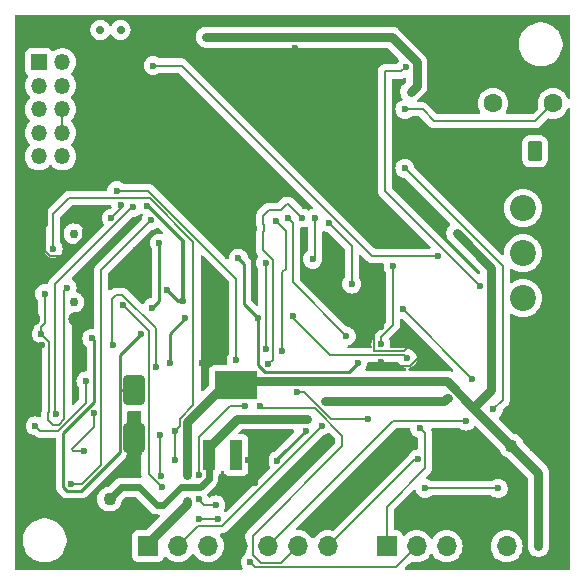
<source format=gbl>
G04 #@! TF.GenerationSoftware,KiCad,Pcbnew,8.0.8*
G04 #@! TF.CreationDate,2025-03-23T20:16:00+01:00*
G04 #@! TF.ProjectId,cheap-wled-controller,63686561-702d-4776-9c65-642d636f6e74,rev?*
G04 #@! TF.SameCoordinates,Original*
G04 #@! TF.FileFunction,Copper,L2,Bot*
G04 #@! TF.FilePolarity,Positive*
%FSLAX46Y46*%
G04 Gerber Fmt 4.6, Leading zero omitted, Abs format (unit mm)*
G04 Created by KiCad (PCBNEW 8.0.8) date 2025-03-23 20:16:00*
%MOMM*%
%LPD*%
G01*
G04 APERTURE LIST*
G04 Aperture macros list*
%AMRoundRect*
0 Rectangle with rounded corners*
0 $1 Rounding radius*
0 $2 $3 $4 $5 $6 $7 $8 $9 X,Y pos of 4 corners*
0 Add a 4 corners polygon primitive as box body*
4,1,4,$2,$3,$4,$5,$6,$7,$8,$9,$2,$3,0*
0 Add four circle primitives for the rounded corners*
1,1,$1+$1,$2,$3*
1,1,$1+$1,$4,$5*
1,1,$1+$1,$6,$7*
1,1,$1+$1,$8,$9*
0 Add four rect primitives between the rounded corners*
20,1,$1+$1,$2,$3,$4,$5,0*
20,1,$1+$1,$4,$5,$6,$7,0*
20,1,$1+$1,$6,$7,$8,$9,0*
20,1,$1+$1,$8,$9,$2,$3,0*%
G04 Aperture macros list end*
G04 #@! TA.AperFunction,ComponentPad*
%ADD10R,1.350000X1.350000*%
G04 #@! TD*
G04 #@! TA.AperFunction,ComponentPad*
%ADD11O,1.350000X1.350000*%
G04 #@! TD*
G04 #@! TA.AperFunction,ComponentPad*
%ADD12C,0.750000*%
G04 #@! TD*
G04 #@! TA.AperFunction,ComponentPad*
%ADD13O,2.000000X1.200000*%
G04 #@! TD*
G04 #@! TA.AperFunction,ComponentPad*
%ADD14O,1.800000X1.200000*%
G04 #@! TD*
G04 #@! TA.AperFunction,ComponentPad*
%ADD15C,0.700000*%
G04 #@! TD*
G04 #@! TA.AperFunction,ComponentPad*
%ADD16R,1.700000X1.700000*%
G04 #@! TD*
G04 #@! TA.AperFunction,ComponentPad*
%ADD17O,1.700000X1.700000*%
G04 #@! TD*
G04 #@! TA.AperFunction,ComponentPad*
%ADD18C,1.100000*%
G04 #@! TD*
G04 #@! TA.AperFunction,ComponentPad*
%ADD19C,1.600000*%
G04 #@! TD*
G04 #@! TA.AperFunction,ComponentPad*
%ADD20RoundRect,0.250000X0.350000X0.625000X-0.350000X0.625000X-0.350000X-0.625000X0.350000X-0.625000X0*%
G04 #@! TD*
G04 #@! TA.AperFunction,ComponentPad*
%ADD21O,1.200000X1.750000*%
G04 #@! TD*
G04 #@! TA.AperFunction,ComponentPad*
%ADD22C,2.200000*%
G04 #@! TD*
G04 #@! TA.AperFunction,SMDPad,CuDef*
%ADD23RoundRect,0.250000X-0.650000X1.000000X-0.650000X-1.000000X0.650000X-1.000000X0.650000X1.000000X0*%
G04 #@! TD*
G04 #@! TA.AperFunction,SMDPad,CuDef*
%ADD24R,1.100000X2.500000*%
G04 #@! TD*
G04 #@! TA.AperFunction,SMDPad,CuDef*
%ADD25R,3.600000X2.340000*%
G04 #@! TD*
G04 #@! TA.AperFunction,ViaPad*
%ADD26C,0.600000*%
G04 #@! TD*
G04 #@! TA.AperFunction,Conductor*
%ADD27C,0.200000*%
G04 #@! TD*
G04 #@! TA.AperFunction,Conductor*
%ADD28C,0.250000*%
G04 #@! TD*
G04 #@! TA.AperFunction,Conductor*
%ADD29C,0.800000*%
G04 #@! TD*
G04 #@! TA.AperFunction,Conductor*
%ADD30C,0.600000*%
G04 #@! TD*
G04 #@! TA.AperFunction,Conductor*
%ADD31C,0.350000*%
G04 #@! TD*
G04 APERTURE END LIST*
D10*
G04 #@! TO.P,J4,1,Pin_1*
G04 #@! TO.N,unconnected-(J4-Pin_1-Pad1)*
X14500000Y-16500000D03*
D11*
G04 #@! TO.P,J4,2,Pin_2*
G04 #@! TO.N,unconnected-(J4-Pin_2-Pad2)*
X16500000Y-16500000D03*
G04 #@! TO.P,J4,3,Pin_3*
G04 #@! TO.N,Net-(J4-Pin_3)*
X14500000Y-18500000D03*
G04 #@! TO.P,J4,4,Pin_4*
G04 #@! TO.N,Net-(J4-Pin_10)*
X16500000Y-18500000D03*
G04 #@! TO.P,J4,5,Pin_5*
G04 #@! TO.N,Net-(J4-Pin_5)*
X14500000Y-20500000D03*
G04 #@! TO.P,J4,6,Pin_6*
G04 #@! TO.N,Net-(J4-Pin_10)*
X16500000Y-20500000D03*
G04 #@! TO.P,J4,7,Pin_7*
G04 #@! TO.N,Net-(J4-Pin_7)*
X14500000Y-22500000D03*
G04 #@! TO.P,J4,8,Pin_8*
G04 #@! TO.N,Net-(J4-Pin_10)*
X16500000Y-22500000D03*
G04 #@! TO.P,J4,9,Pin_9*
G04 #@! TO.N,/VDD_C*
X14500000Y-24500000D03*
G04 #@! TO.P,J4,10,Pin_10*
G04 #@! TO.N,Net-(J4-Pin_10)*
X16500000Y-24500000D03*
G04 #@! TD*
D12*
G04 #@! TO.P,J2,*
G04 #@! TO.N,*
X17480000Y-31030000D03*
X17480000Y-36830000D03*
D13*
G04 #@! TO.P,J2,0*
G04 #@! TO.N,GND*
X17980000Y-29600000D03*
G04 #@! TO.P,J2,1*
X17980000Y-38260000D03*
D14*
G04 #@! TO.P,J2,2*
X13800000Y-38260000D03*
G04 #@! TO.P,J2,3*
X13800000Y-29600000D03*
G04 #@! TD*
D15*
G04 #@! TO.P,SW1,*
G04 #@! TO.N,*
X19722500Y-13785000D03*
X21422500Y-13785000D03*
G04 #@! TD*
D16*
G04 #@! TO.P,J6,1,Pin_1*
G04 #@! TO.N,/GPIO6*
X43950000Y-57500000D03*
D17*
G04 #@! TO.P,J6,2,Pin_2*
G04 #@! TO.N,/GPIO5*
X46490000Y-57500000D03*
G04 #@! TO.P,J6,3,Pin_3*
G04 #@! TO.N,/GPIO4*
X49030000Y-57500000D03*
G04 #@! TO.P,J6,4,Pin_4*
G04 #@! TO.N,GND*
X51570000Y-57500000D03*
G04 #@! TO.P,J6,5,Pin_5*
G04 #@! TO.N,+3.3V*
X54110000Y-57500000D03*
G04 #@! TD*
D18*
G04 #@! TO.P,C11,1,1*
G04 #@! TO.N,+5V*
X20500000Y-53500000D03*
G04 #@! TO.P,C11,2,2*
G04 #@! TO.N,GND*
X20500000Y-55500000D03*
G04 #@! TD*
G04 #@! TO.P,C10,1,1*
G04 #@! TO.N,+3.3V*
X54500000Y-49000000D03*
G04 #@! TO.P,C10,2,2*
G04 #@! TO.N,GND*
X56500000Y-49000000D03*
G04 #@! TD*
D16*
G04 #@! TO.P,J8,1,Pin_1*
G04 #@! TO.N,+3.3V*
X23760000Y-57475000D03*
D17*
G04 #@! TO.P,J8,2,Pin_2*
G04 #@! TO.N,/TX*
X26300000Y-57475000D03*
G04 #@! TO.P,J8,3,Pin_3*
G04 #@! TO.N,/RX*
X28840000Y-57475000D03*
G04 #@! TO.P,J8,4,Pin_4*
G04 #@! TO.N,GND*
X31380000Y-57475000D03*
G04 #@! TO.P,J8,5,Pin_5*
G04 #@! TO.N,/GPIO38*
X33920000Y-57475000D03*
G04 #@! TO.P,J8,6,Pin_6*
G04 #@! TO.N,/GPIO37*
X36460000Y-57475000D03*
G04 #@! TO.P,J8,7,Pin_7*
G04 #@! TO.N,/GPIO36*
X39000000Y-57475000D03*
G04 #@! TD*
D19*
G04 #@! TO.P,LED1,1,OUT*
G04 #@! TO.N,/GPIO41*
X58040000Y-20000000D03*
G04 #@! TO.P,LED1,2,GND*
G04 #@! TO.N,GND*
X55500000Y-20000000D03*
G04 #@! TO.P,LED1,3,VS*
G04 #@! TO.N,+3.3V*
X52960000Y-20000000D03*
G04 #@! TD*
D20*
G04 #@! TO.P,J7,1,Pin_1*
G04 #@! TO.N,+5V*
X56500000Y-24050000D03*
D21*
G04 #@! TO.P,J7,2,Pin_2*
G04 #@! TO.N,GND*
X54500000Y-24050000D03*
G04 #@! TD*
D22*
G04 #@! TO.P,J10,1,Pin_1*
G04 #@! TO.N,/LED_1_VCC*
X55500000Y-28880000D03*
G04 #@! TO.P,J10,2,Pin_2*
X55500000Y-32690000D03*
G04 #@! TO.P,J10,3,Pin_3*
G04 #@! TO.N,/LED_DATA*
X55500000Y-36500000D03*
G04 #@! TO.P,J10,4,Pin_4*
G04 #@! TO.N,GND*
X55500000Y-40310000D03*
G04 #@! TO.P,J10,5,Pin_5*
X55500000Y-44120000D03*
G04 #@! TD*
D23*
G04 #@! TO.P,D3,1,A1*
G04 #@! TO.N,/VBUS_C*
X22600000Y-44300000D03*
G04 #@! TO.P,D3,2,A2*
G04 #@! TO.N,GND*
X22600000Y-48300000D03*
G04 #@! TD*
D24*
G04 #@! TO.P,U9,1,GND*
G04 #@! TO.N,GND*
X33500000Y-49770000D03*
G04 #@! TO.P,U9,2,VOUT*
G04 #@! TO.N,unconnected-(U9-VOUT-Pad2)*
X31200000Y-49770000D03*
G04 #@! TO.P,U9,3,VIN*
G04 #@! TO.N,+5V*
X28900000Y-49770000D03*
D25*
G04 #@! TO.P,U9,4,VOUT*
G04 #@! TO.N,+3.3V*
X31200000Y-43830000D03*
G04 #@! TD*
D26*
G04 #@! TO.N,Net-(D1-K1)*
X24824265Y-51575735D03*
X15000000Y-36100000D03*
X14700000Y-39500000D03*
X24800000Y-48100000D03*
X16900000Y-35600000D03*
G04 #@! TO.N,Net-(D1-K2)*
X26000000Y-50200000D03*
X26000000Y-47700000D03*
X15715133Y-32295510D03*
G04 #@! TO.N,/VDD_C*
X20800000Y-40500000D03*
X25600000Y-42000000D03*
X26900000Y-38200000D03*
X24400000Y-42300000D03*
G04 #@! TO.N,/LED_DATA*
X45600000Y-16900000D03*
X51900000Y-35500000D03*
G04 #@! TO.N,/D+*
X18300000Y-49400000D03*
X19200000Y-46200000D03*
G04 #@! TO.N,/D-*
X18500000Y-43500000D03*
X14200000Y-47300000D03*
G04 #@! TO.N,GND*
X23000000Y-49600000D03*
X13500000Y-53000000D03*
X22761584Y-32453849D03*
X18600000Y-20800000D03*
X30100000Y-52990895D03*
X46200000Y-24000000D03*
X32775735Y-52175735D03*
X21900000Y-30748527D03*
X40700000Y-52400000D03*
X14800000Y-40500000D03*
X18800000Y-24000000D03*
X43500000Y-38900000D03*
X30100000Y-39900000D03*
X51600000Y-24000000D03*
X28300000Y-42000000D03*
X13700001Y-51013922D03*
X36200000Y-15300000D03*
X23400000Y-18400000D03*
X42600000Y-35600000D03*
X36200000Y-17800000D03*
X43500000Y-41929661D03*
X19100000Y-30200000D03*
X22600000Y-46400000D03*
X32250002Y-50200000D03*
X46700000Y-40500000D03*
X17600000Y-44900000D03*
X32500000Y-55325735D03*
G04 #@! TO.N,+3.3V*
X28700000Y-14400000D03*
X49900000Y-31000000D03*
X46000000Y-19000000D03*
X56800000Y-57500000D03*
X27050000Y-53650000D03*
X27050000Y-51500000D03*
G04 #@! TO.N,/VBUS_C*
X41500000Y-42000000D03*
X37100000Y-47700000D03*
X24700000Y-31851472D03*
X23175735Y-39524265D03*
X31400000Y-33100000D03*
X43475000Y-40402661D03*
X44500000Y-33800000D03*
X34699151Y-50252320D03*
X24100000Y-37300000D03*
X19000000Y-39900000D03*
X33100000Y-38200000D03*
G04 #@! TO.N,/FB*
X45700000Y-41600000D03*
X36000000Y-38000000D03*
G04 #@! TO.N,+5V*
X38700000Y-45200000D03*
X37200000Y-46700000D03*
X49144512Y-44955488D03*
X37200000Y-46700000D03*
G04 #@! TO.N,/GPIO4*
X28050000Y-51500000D03*
X28050000Y-53500000D03*
X32000000Y-45600000D03*
X31203528Y-41704999D03*
X29500000Y-54000000D03*
X21100000Y-27400000D03*
G04 #@! TO.N,/GPIO6*
X34575094Y-30000000D03*
X36400000Y-44430000D03*
X46751472Y-47500000D03*
X42391942Y-46708058D03*
X35099999Y-40981185D03*
G04 #@! TO.N,/GPIO5*
X21599991Y-37099992D03*
X28100000Y-55200000D03*
X21448527Y-28600000D03*
X20626396Y-29725074D03*
X24925000Y-52525000D03*
X32394017Y-58842547D03*
X29700000Y-55200000D03*
G04 #@! TO.N,/TX*
X40533856Y-39700000D03*
X38500000Y-47300000D03*
X35600000Y-29700000D03*
G04 #@! TO.N,/GPIO37*
X33200000Y-45600000D03*
X37700000Y-33200000D03*
X33700000Y-40800000D03*
X33700000Y-33500000D03*
X37900000Y-29700000D03*
G04 #@! TO.N,/GPIO36*
X46600000Y-50100000D03*
X51200000Y-43300000D03*
X39075735Y-30124265D03*
X41000000Y-35300000D03*
X45300000Y-37400000D03*
G04 #@! TO.N,/RX*
X36800000Y-29700000D03*
X33900000Y-42100000D03*
G04 #@! TO.N,/GPIO38*
X53000000Y-45900000D03*
X50700000Y-46900000D03*
X45500000Y-25500000D03*
G04 #@! TO.N,Net-(Q3-G)*
X53400000Y-52600000D03*
X47200000Y-52600000D03*
G04 #@! TO.N,Net-(U5-IO0)*
X24200000Y-16800000D03*
X48300000Y-32900000D03*
G04 #@! TO.N,/VOLT_OUT*
X26700000Y-36700000D03*
X23700000Y-28687500D03*
X25390000Y-35800000D03*
G04 #@! TO.N,/D-_OUT*
X22500000Y-28800000D03*
X15989649Y-46262440D03*
G04 #@! TO.N,/D+_OUT*
X17200000Y-52200000D03*
X24000000Y-29900000D03*
G04 #@! TO.N,/GPIO41*
X45500000Y-20500000D03*
G04 #@! TD*
D27*
G04 #@! TO.N,Net-(D1-K1)*
X15400000Y-46151471D02*
X15400000Y-40200000D01*
X15000000Y-38632792D02*
X15000000Y-36100000D01*
X24800000Y-48100000D02*
X24800000Y-51551470D01*
X24800000Y-51551470D02*
X24824265Y-51575735D01*
X14700000Y-38932792D02*
X15000000Y-38632792D01*
X16675000Y-35825000D02*
X16675000Y-46711081D01*
X15700000Y-47200000D02*
X15300000Y-46800000D01*
X15300000Y-46251471D02*
X15400000Y-46151471D01*
X16900000Y-35600000D02*
X16675000Y-35825000D01*
X14700000Y-39500000D02*
X14700000Y-38932792D01*
X15300000Y-46800000D02*
X15300000Y-46251471D01*
X16186081Y-47200000D02*
X15700000Y-47200000D01*
X16675000Y-46711081D02*
X16186081Y-47200000D01*
X15400000Y-40200000D02*
X14700000Y-39500000D01*
G04 #@! TO.N,Net-(D1-K2)*
X23900000Y-28000000D02*
X27600000Y-31700000D01*
X27600000Y-45543288D02*
X26423000Y-46720288D01*
X26423000Y-47277000D02*
X26000000Y-47700000D01*
X15715133Y-29384867D02*
X17100000Y-28000000D01*
X15715133Y-32295510D02*
X15715133Y-29384867D01*
X26000000Y-50200000D02*
X26000000Y-47700000D01*
X27600000Y-31700000D02*
X27600000Y-45543288D01*
X17100000Y-28000000D02*
X23900000Y-28000000D01*
X26423000Y-46720288D02*
X26423000Y-47277000D01*
G04 #@! TO.N,/VDD_C*
X20800000Y-40500000D02*
X20700000Y-40400000D01*
X21051471Y-36200000D02*
X21548529Y-36200000D01*
X20700000Y-36551471D02*
X21051471Y-36200000D01*
X24400000Y-39051471D02*
X24400000Y-42300000D01*
X20700000Y-40400000D02*
X20700000Y-36551471D01*
D28*
X25600000Y-39500000D02*
X26900000Y-38200000D01*
D27*
X21548529Y-36200000D02*
X24400000Y-39051471D01*
D28*
X25600000Y-42000000D02*
X25600000Y-39500000D01*
D27*
G04 #@! TO.N,/LED_DATA*
X43800000Y-27400000D02*
X51900000Y-35500000D01*
X43800000Y-17300000D02*
X43800000Y-27400000D01*
X45600000Y-16900000D02*
X45200000Y-17300000D01*
X45200000Y-17300000D02*
X43800000Y-17300000D01*
G04 #@! TO.N,/D+*
X17300000Y-49300000D02*
X17400000Y-49400000D01*
X17400000Y-49400000D02*
X18300000Y-49400000D01*
X19200000Y-46200000D02*
X19200000Y-47400000D01*
X19200000Y-47400000D02*
X17300000Y-49300000D01*
G04 #@! TO.N,/D-*
X18500000Y-45348529D02*
X16148529Y-47700000D01*
X14600000Y-47700000D02*
X14200000Y-47300000D01*
X16148529Y-47700000D02*
X14600000Y-47700000D01*
X18500000Y-43500000D02*
X18500000Y-45348529D01*
G04 #@! TO.N,GND*
X18285000Y-31363442D02*
X16710404Y-32938038D01*
X18800000Y-24000000D02*
X18800000Y-21000000D01*
X22600000Y-46300000D02*
X22600000Y-46400000D01*
X15435469Y-32938038D02*
X15000000Y-32502569D01*
X28300000Y-42000000D02*
X30100000Y-40200000D01*
X23700000Y-25700000D02*
X23700000Y-18700000D01*
X30490895Y-52990895D02*
X31000000Y-53500000D01*
X23700000Y-18700000D02*
X23400000Y-18400000D01*
X18285000Y-30696558D02*
X18285000Y-31363442D01*
X18781558Y-30200000D02*
X18285000Y-30696558D01*
X15222373Y-30277627D02*
X15222373Y-29153397D01*
X23000000Y-49600000D02*
X23000000Y-48700000D01*
X45448810Y-41002661D02*
X45951471Y-40500000D01*
X46700000Y-41448529D02*
X46700000Y-40500000D01*
X32600000Y-52000000D02*
X32775735Y-52175735D01*
X30100000Y-52990895D02*
X30490895Y-52990895D01*
X21848527Y-30800000D02*
X21900000Y-30748527D01*
X19100000Y-30200000D02*
X18781558Y-30200000D01*
X16710404Y-32938038D02*
X15435469Y-32938038D01*
X18100000Y-25700000D02*
X23700000Y-25700000D01*
X46200000Y-24000000D02*
X51600000Y-24000000D01*
X30100000Y-40200000D02*
X30100000Y-39900000D01*
X43500000Y-38900000D02*
X43500000Y-36500000D01*
X15000000Y-30500000D02*
X15222373Y-30277627D01*
X13700001Y-51013922D02*
X13700001Y-52799999D01*
X43500000Y-38900000D02*
X42875000Y-39525000D01*
X42875000Y-39525000D02*
X42875000Y-40948000D01*
X43500000Y-36500000D02*
X42600000Y-35600000D01*
X23000000Y-48700000D02*
X22600000Y-48300000D01*
X13700001Y-52799999D02*
X13500000Y-53000000D01*
X42875000Y-40948000D02*
X42929661Y-41002661D01*
X18800000Y-21000000D02*
X18600000Y-20800000D01*
X15222373Y-29153397D02*
X14934488Y-28865512D01*
X14934488Y-28865512D02*
X18100000Y-25700000D01*
X21800000Y-30800000D02*
X21848527Y-30800000D01*
X32250002Y-50200000D02*
X32600000Y-50549998D01*
X36200000Y-17800000D02*
X36200000Y-15300000D01*
X45951471Y-40500000D02*
X46700000Y-40500000D01*
X42929661Y-41002661D02*
X45448810Y-41002661D01*
X45948529Y-42200000D02*
X46700000Y-41448529D01*
X43500000Y-41929661D02*
X43770339Y-42200000D01*
X15000000Y-32502569D02*
X15000000Y-30500000D01*
X43770339Y-42200000D02*
X45948529Y-42200000D01*
X17700000Y-44900000D02*
X17600000Y-44900000D01*
X32600000Y-50549998D02*
X32600000Y-52000000D01*
D29*
G04 #@! TO.N,+3.3V*
X49030000Y-43530000D02*
X51300000Y-45800000D01*
X46500000Y-18500000D02*
X46500000Y-16527207D01*
X52800000Y-33900000D02*
X52800000Y-44300000D01*
X54500000Y-49000000D02*
X56800000Y-51300000D01*
X56800000Y-51300000D02*
X56800000Y-57500000D01*
X49900000Y-31000000D02*
X52800000Y-33900000D01*
X46500000Y-16527207D02*
X44372793Y-14400000D01*
X23760000Y-57475000D02*
X23760000Y-57229247D01*
X23760000Y-57229247D02*
X25989247Y-55000000D01*
X27050000Y-53650000D02*
X27050000Y-53939247D01*
X51300000Y-45800000D02*
X54500000Y-49000000D01*
X52800000Y-44300000D02*
X51300000Y-45800000D01*
X46000000Y-19000000D02*
X46500000Y-18500000D01*
X27050000Y-46980000D02*
X27050000Y-51500000D01*
X30500000Y-43530000D02*
X49030000Y-43530000D01*
X44372793Y-14400000D02*
X28700000Y-14400000D01*
X27050000Y-53939247D02*
X25989247Y-55000000D01*
X27050000Y-46980000D02*
X30500000Y-43530000D01*
D27*
G04 #@! TO.N,/VBUS_C*
X44500000Y-38748529D02*
X43475000Y-39773529D01*
D28*
X21375000Y-41325000D02*
X21375000Y-44400000D01*
D27*
X34699151Y-50252320D02*
X34699151Y-50100849D01*
D28*
X34699151Y-50100849D02*
X35300000Y-49500000D01*
X24700000Y-36700000D02*
X24700000Y-31851472D01*
D27*
X43475000Y-39773529D02*
X43475000Y-40402661D01*
D28*
X33075000Y-38225000D02*
X33100000Y-38200000D01*
X33075000Y-42158884D02*
X33075000Y-38225000D01*
X19200000Y-45316116D02*
X19200000Y-40100000D01*
X40775000Y-42725000D02*
X33641116Y-42725000D01*
X31875000Y-33575000D02*
X31400000Y-33100000D01*
X18072804Y-52825000D02*
X16925000Y-52825000D01*
X33100000Y-38200000D02*
X31875000Y-36975000D01*
X16575000Y-52475000D02*
X16575000Y-47941116D01*
X21375000Y-44400000D02*
X21475000Y-44300000D01*
D27*
X44500000Y-33800000D02*
X44500000Y-38748529D01*
D28*
X35300000Y-49500000D02*
X37100000Y-47700000D01*
X33641116Y-42725000D02*
X33075000Y-42158884D01*
X21475000Y-44300000D02*
X22600000Y-44300000D01*
X19200000Y-40100000D02*
X19000000Y-39900000D01*
X21375000Y-44400000D02*
X21375000Y-49522804D01*
X16925000Y-52825000D02*
X16575000Y-52475000D01*
X24100000Y-37300000D02*
X24700000Y-36700000D01*
X21375000Y-49522804D02*
X18072804Y-52825000D01*
X16575000Y-47941116D02*
X19200000Y-45316116D01*
X23175735Y-39524265D02*
X21375000Y-41325000D01*
X31875000Y-36975000D02*
X31875000Y-33575000D01*
X41500000Y-42000000D02*
X40775000Y-42725000D01*
D27*
G04 #@! TO.N,/FB*
X36000000Y-38200000D02*
X39129661Y-41329661D01*
X45429661Y-41329661D02*
X45700000Y-41600000D01*
X36000000Y-38000000D02*
X36000000Y-38200000D01*
X39129661Y-41329661D02*
X45429661Y-41329661D01*
D30*
G04 #@! TO.N,+5V*
X28900000Y-49770000D02*
X28630000Y-49500000D01*
X21500000Y-52500000D02*
X20500000Y-53500000D01*
D29*
X28900000Y-49770000D02*
X28900000Y-49070000D01*
D30*
X25033098Y-54000000D02*
X24500000Y-54000000D01*
D29*
X48800000Y-45200000D02*
X49094512Y-44905488D01*
D30*
X24500000Y-54000000D02*
X23000000Y-52500000D01*
D29*
X31270000Y-46700000D02*
X37200000Y-46700000D01*
D30*
X26533098Y-52500000D02*
X25033098Y-54000000D01*
X28900000Y-51781371D02*
X28181371Y-52500000D01*
D29*
X38700000Y-45200000D02*
X48800000Y-45200000D01*
D30*
X28900000Y-49770000D02*
X28900000Y-51781371D01*
D29*
X28900000Y-49070000D02*
X31270000Y-46700000D01*
X49094512Y-44905488D02*
X49144512Y-44955488D01*
D30*
X23000000Y-52500000D02*
X21500000Y-52500000D01*
X28181371Y-52500000D02*
X26533098Y-52500000D01*
D27*
G04 #@! TO.N,Net-(J4-Pin_10)*
X16500000Y-20500000D02*
X16500000Y-22500000D01*
G04 #@! TO.N,/GPIO4*
X29500000Y-54000000D02*
X28500000Y-54000000D01*
X30670000Y-45600000D02*
X28050000Y-48220000D01*
X28050000Y-53550000D02*
X28050000Y-53500000D01*
X32000000Y-45600000D02*
X30670000Y-45600000D01*
X23762448Y-27400000D02*
X31203528Y-34841080D01*
X28500000Y-54000000D02*
X28050000Y-53550000D01*
X21100000Y-27400000D02*
X23762448Y-27400000D01*
X28050000Y-48220000D02*
X28050000Y-51500000D01*
X31203528Y-34841080D02*
X31203528Y-41704999D01*
G04 #@! TO.N,/GPIO6*
X42391942Y-46708058D02*
X39219035Y-46708058D01*
X35400000Y-34000000D02*
X35099999Y-34300001D01*
X39219035Y-46708058D02*
X36940977Y-44430000D01*
X35099999Y-34300001D02*
X35099999Y-40981185D01*
X47200000Y-50901346D02*
X47200000Y-47948528D01*
X43950000Y-57500000D02*
X43950000Y-54151346D01*
X34575094Y-30000000D02*
X35400000Y-30824906D01*
X35400000Y-30824906D02*
X35400000Y-34000000D01*
X47200000Y-47948528D02*
X46751472Y-47500000D01*
X43950000Y-54151346D02*
X47200000Y-50901346D01*
X36940977Y-44430000D02*
X36400000Y-44430000D01*
G04 #@! TO.N,/GPIO5*
X32394017Y-58842547D02*
X32778470Y-59227000D01*
X21599992Y-37099992D02*
X21599991Y-37099992D01*
X32778470Y-59227000D02*
X44763000Y-59227000D01*
X28100000Y-55200000D02*
X29700000Y-55200000D01*
X23800000Y-39300000D02*
X21599992Y-37099992D01*
X23800000Y-51400000D02*
X23800000Y-39300000D01*
X24925000Y-52525000D02*
X23800000Y-51400000D01*
X21448527Y-28600000D02*
X21448527Y-28902943D01*
X21448527Y-28902943D02*
X20626396Y-29725074D01*
X44763000Y-59227000D02*
X46490000Y-57500000D01*
G04 #@! TO.N,/TX*
X36000000Y-35166144D02*
X40533856Y-39700000D01*
X36000000Y-30100000D02*
X36000000Y-35166144D01*
X30000000Y-55800000D02*
X27975000Y-55800000D01*
X27975000Y-55800000D02*
X26300000Y-57475000D01*
X35600000Y-29700000D02*
X36000000Y-30100000D01*
X38500000Y-47300000D02*
X30000000Y-55800000D01*
G04 #@! TO.N,/GPIO37*
X33400000Y-45800000D02*
X37848529Y-45800000D01*
X40200000Y-48151471D02*
X40200000Y-49000000D01*
X32600000Y-58200000D02*
X33300000Y-58900000D01*
X32600000Y-56600000D02*
X32600000Y-58200000D01*
X37900000Y-33000000D02*
X37700000Y-33200000D01*
X40200000Y-49000000D02*
X32600000Y-56600000D01*
X37900000Y-29700000D02*
X37900000Y-33000000D01*
X33700000Y-33500000D02*
X33700000Y-40800000D01*
X33200000Y-45600000D02*
X33400000Y-45800000D01*
X35035000Y-58900000D02*
X36460000Y-57475000D01*
X33300000Y-58900000D02*
X35035000Y-58900000D01*
X37848529Y-45800000D02*
X40200000Y-48151471D01*
G04 #@! TO.N,/GPIO36*
X46600000Y-50100000D02*
X46375000Y-50100000D01*
X39075735Y-30124265D02*
X41000000Y-32048530D01*
X45300000Y-37400000D02*
X51200000Y-43300000D01*
X41000000Y-32048530D02*
X41000000Y-35300000D01*
X46375000Y-50100000D02*
X39000000Y-57475000D01*
G04 #@! TO.N,/RX*
X33500000Y-32451471D02*
X33500000Y-30926027D01*
X33500000Y-29500000D02*
X33975735Y-29024265D01*
X33600000Y-30328969D02*
X33500000Y-30228969D01*
X34300000Y-41700000D02*
X34300000Y-33251471D01*
X34300000Y-33251471D02*
X33500000Y-32451471D01*
X35600000Y-28500000D02*
X36800000Y-29700000D01*
X33600000Y-30826027D02*
X33600000Y-30328969D01*
X33975735Y-29024265D02*
X34975735Y-29024265D01*
X33500000Y-30926027D02*
X33600000Y-30826027D01*
X35500000Y-28500000D02*
X35600000Y-28500000D01*
X33500000Y-30228969D02*
X33500000Y-29500000D01*
X34975735Y-29024265D02*
X35500000Y-28500000D01*
X33900000Y-42100000D02*
X34300000Y-41700000D01*
G04 #@! TO.N,/GPIO38*
X44495000Y-46900000D02*
X33920000Y-57475000D01*
X53793356Y-33793356D02*
X53793356Y-45106644D01*
X53793356Y-45106644D02*
X53000000Y-45900000D01*
X45500000Y-25500000D02*
X53793356Y-33793356D01*
X50700000Y-46900000D02*
X44495000Y-46900000D01*
G04 #@! TO.N,Net-(Q3-G)*
X47200000Y-52600000D02*
X53400000Y-52600000D01*
G04 #@! TO.N,Net-(U5-IO0)*
X42700000Y-32900000D02*
X26600000Y-16800000D01*
X48300000Y-32900000D02*
X42700000Y-32900000D01*
X26600000Y-16800000D02*
X24200000Y-16800000D01*
D31*
G04 #@! TO.N,/VOLT_OUT*
X26290000Y-36700000D02*
X25390000Y-35800000D01*
X23742095Y-28687500D02*
X26700000Y-31645405D01*
X23700000Y-28687500D02*
X23742095Y-28687500D01*
X26700000Y-31645405D02*
X26700000Y-36700000D01*
X26700000Y-36700000D02*
X26290000Y-36700000D01*
D27*
G04 #@! TO.N,/D-_OUT*
X22400000Y-28800000D02*
X22500000Y-28800000D01*
X15900000Y-35300000D02*
X22400000Y-28800000D01*
X15989649Y-46262440D02*
X15900000Y-46172791D01*
X15900000Y-46172791D02*
X15900000Y-35300000D01*
G04 #@! TO.N,/D+_OUT*
X19800000Y-34100000D02*
X24000000Y-29900000D01*
X19800000Y-50600000D02*
X19800000Y-34100000D01*
X18200000Y-52200000D02*
X19800000Y-50600000D01*
X17200000Y-52200000D02*
X18200000Y-52200000D01*
G04 #@! TO.N,/GPIO41*
X48000000Y-21500000D02*
X56540000Y-21500000D01*
X45500000Y-20500000D02*
X47000000Y-20500000D01*
X56540000Y-21500000D02*
X58040000Y-20000000D01*
X47000000Y-20500000D02*
X48000000Y-21500000D01*
G04 #@! TD*
G04 #@! TA.AperFunction,Conductor*
G04 #@! TO.N,GND*
G36*
X59442539Y-12520185D02*
G01*
X59488294Y-12572989D01*
X59499500Y-12624500D01*
X59499500Y-19493334D01*
X59479815Y-19560373D01*
X59427011Y-19606128D01*
X59357853Y-19616072D01*
X59294297Y-19587047D01*
X59263118Y-19545739D01*
X59256677Y-19531927D01*
X59170568Y-19347266D01*
X59040047Y-19160861D01*
X59040045Y-19160858D01*
X58879141Y-18999954D01*
X58692734Y-18869432D01*
X58692732Y-18869431D01*
X58486497Y-18773261D01*
X58486488Y-18773258D01*
X58266697Y-18714366D01*
X58266693Y-18714365D01*
X58266692Y-18714365D01*
X58266691Y-18714364D01*
X58266686Y-18714364D01*
X58040002Y-18694532D01*
X58039998Y-18694532D01*
X57813313Y-18714364D01*
X57813302Y-18714366D01*
X57593511Y-18773258D01*
X57593502Y-18773261D01*
X57387267Y-18869431D01*
X57387265Y-18869432D01*
X57200858Y-18999954D01*
X57039954Y-19160858D01*
X56909432Y-19347265D01*
X56909431Y-19347267D01*
X56813261Y-19553502D01*
X56813258Y-19553511D01*
X56754366Y-19773302D01*
X56754364Y-19773313D01*
X56734532Y-19999998D01*
X56734532Y-20000001D01*
X56754364Y-20226686D01*
X56754366Y-20226697D01*
X56780152Y-20322931D01*
X56778489Y-20392781D01*
X56748058Y-20442705D01*
X56327584Y-20863181D01*
X56266261Y-20896666D01*
X56239903Y-20899500D01*
X54155982Y-20899500D01*
X54088943Y-20879815D01*
X54043188Y-20827011D01*
X54033244Y-20757853D01*
X54054406Y-20704378D01*
X54090568Y-20652734D01*
X54186739Y-20446496D01*
X54245635Y-20226692D01*
X54265468Y-20000000D01*
X54245635Y-19773308D01*
X54186739Y-19553504D01*
X54090568Y-19347266D01*
X53960047Y-19160861D01*
X53960045Y-19160858D01*
X53799141Y-18999954D01*
X53612734Y-18869432D01*
X53612732Y-18869431D01*
X53406497Y-18773261D01*
X53406488Y-18773258D01*
X53186697Y-18714366D01*
X53186693Y-18714365D01*
X53186692Y-18714365D01*
X53186691Y-18714364D01*
X53186686Y-18714364D01*
X52960002Y-18694532D01*
X52959998Y-18694532D01*
X52733313Y-18714364D01*
X52733302Y-18714366D01*
X52513511Y-18773258D01*
X52513502Y-18773261D01*
X52307267Y-18869431D01*
X52307265Y-18869432D01*
X52120858Y-18999954D01*
X51959954Y-19160858D01*
X51829432Y-19347265D01*
X51829431Y-19347267D01*
X51733261Y-19553502D01*
X51733258Y-19553511D01*
X51674366Y-19773302D01*
X51674364Y-19773313D01*
X51654532Y-19999998D01*
X51654532Y-20000001D01*
X51674364Y-20226686D01*
X51674366Y-20226697D01*
X51733258Y-20446488D01*
X51733261Y-20446497D01*
X51758210Y-20499999D01*
X51829432Y-20652734D01*
X51865593Y-20704378D01*
X51887920Y-20770583D01*
X51870910Y-20838350D01*
X51819962Y-20886163D01*
X51764018Y-20899500D01*
X48300098Y-20899500D01*
X48233059Y-20879815D01*
X48212417Y-20863181D01*
X47487590Y-20138355D01*
X47487588Y-20138352D01*
X47368717Y-20019481D01*
X47368709Y-20019475D01*
X47266936Y-19960717D01*
X47266934Y-19960716D01*
X47231790Y-19940425D01*
X47231789Y-19940424D01*
X47219263Y-19937067D01*
X47079057Y-19899499D01*
X46920943Y-19899499D01*
X46913347Y-19899499D01*
X46913331Y-19899500D01*
X46673363Y-19899500D01*
X46606324Y-19879815D01*
X46560569Y-19827011D01*
X46550625Y-19757853D01*
X46579650Y-19694297D01*
X46585682Y-19687819D01*
X47199461Y-19074038D01*
X47199460Y-19074038D01*
X47199464Y-19074035D01*
X47216290Y-19048852D01*
X47249266Y-18999502D01*
X47249266Y-18999501D01*
X47298013Y-18926547D01*
X47332544Y-18843182D01*
X47365895Y-18762666D01*
X47400500Y-18588692D01*
X47400500Y-18411308D01*
X47400500Y-16438516D01*
X47400500Y-16438515D01*
X47365895Y-16264541D01*
X47318243Y-16149500D01*
X47298013Y-16100660D01*
X47227035Y-15994435D01*
X47199464Y-15953171D01*
X46125004Y-14878711D01*
X55149500Y-14878711D01*
X55149500Y-15121288D01*
X55177874Y-15336819D01*
X55181162Y-15361789D01*
X55186364Y-15381202D01*
X55243947Y-15596104D01*
X55318933Y-15777135D01*
X55336776Y-15820212D01*
X55458064Y-16030289D01*
X55458066Y-16030292D01*
X55458067Y-16030293D01*
X55605733Y-16222736D01*
X55605739Y-16222743D01*
X55777256Y-16394260D01*
X55777263Y-16394266D01*
X55834930Y-16438515D01*
X55969711Y-16541936D01*
X56179788Y-16663224D01*
X56403900Y-16756054D01*
X56638211Y-16818838D01*
X56818586Y-16842584D01*
X56878711Y-16850500D01*
X56878712Y-16850500D01*
X57121289Y-16850500D01*
X57169388Y-16844167D01*
X57361789Y-16818838D01*
X57596100Y-16756054D01*
X57820212Y-16663224D01*
X58030289Y-16541936D01*
X58222738Y-16394265D01*
X58394265Y-16222738D01*
X58541936Y-16030289D01*
X58663224Y-15820212D01*
X58756054Y-15596100D01*
X58818838Y-15361789D01*
X58850500Y-15121288D01*
X58850500Y-14878712D01*
X58818838Y-14638211D01*
X58756054Y-14403900D01*
X58663224Y-14179788D01*
X58541936Y-13969711D01*
X58431633Y-13825961D01*
X58394266Y-13777263D01*
X58394260Y-13777256D01*
X58222743Y-13605739D01*
X58222736Y-13605733D01*
X58030293Y-13458067D01*
X58030292Y-13458066D01*
X58030289Y-13458064D01*
X57824090Y-13339015D01*
X57820214Y-13336777D01*
X57820205Y-13336773D01*
X57596104Y-13243947D01*
X57429693Y-13199357D01*
X57361789Y-13181162D01*
X57361788Y-13181161D01*
X57361785Y-13181161D01*
X57121289Y-13149500D01*
X57121288Y-13149500D01*
X56878712Y-13149500D01*
X56878711Y-13149500D01*
X56638214Y-13181161D01*
X56403895Y-13243947D01*
X56179794Y-13336773D01*
X56179785Y-13336777D01*
X55969706Y-13458067D01*
X55777263Y-13605733D01*
X55777256Y-13605739D01*
X55605739Y-13777256D01*
X55605733Y-13777263D01*
X55458067Y-13969706D01*
X55458064Y-13969710D01*
X55458064Y-13969711D01*
X55444526Y-13993160D01*
X55336777Y-14179785D01*
X55336773Y-14179794D01*
X55243947Y-14403895D01*
X55181161Y-14638214D01*
X55149500Y-14878711D01*
X46125004Y-14878711D01*
X44946829Y-13700536D01*
X44946828Y-13700535D01*
X44946823Y-13700531D01*
X44887754Y-13661064D01*
X44887753Y-13661063D01*
X44799337Y-13601985D01*
X44799335Y-13601984D01*
X44717400Y-13568046D01*
X44717399Y-13568046D01*
X44635459Y-13534105D01*
X44635451Y-13534103D01*
X44461489Y-13499500D01*
X44461485Y-13499500D01*
X44461484Y-13499500D01*
X28611309Y-13499500D01*
X28611306Y-13499500D01*
X28437341Y-13534103D01*
X28437332Y-13534106D01*
X28273459Y-13601983D01*
X28273446Y-13601990D01*
X28125965Y-13700535D01*
X28125961Y-13700538D01*
X28000538Y-13825961D01*
X28000535Y-13825965D01*
X27901990Y-13973446D01*
X27901983Y-13973459D01*
X27834106Y-14137332D01*
X27834103Y-14137341D01*
X27799500Y-14311304D01*
X27799500Y-14488695D01*
X27834103Y-14662658D01*
X27834106Y-14662667D01*
X27901983Y-14826540D01*
X27901990Y-14826553D01*
X28000535Y-14974034D01*
X28000538Y-14974038D01*
X28125961Y-15099461D01*
X28125965Y-15099464D01*
X28273446Y-15198009D01*
X28273459Y-15198016D01*
X28396363Y-15248923D01*
X28437334Y-15265894D01*
X28437336Y-15265894D01*
X28437341Y-15265896D01*
X28611304Y-15300499D01*
X28611307Y-15300500D01*
X28611309Y-15300500D01*
X43948431Y-15300500D01*
X44015470Y-15320185D01*
X44036112Y-15336819D01*
X44949208Y-16249915D01*
X44982693Y-16311238D01*
X44977709Y-16380930D01*
X44966521Y-16403568D01*
X44874210Y-16550478D01*
X44851125Y-16616454D01*
X44810403Y-16673230D01*
X44745451Y-16698978D01*
X44734083Y-16699500D01*
X43720943Y-16699500D01*
X43568216Y-16740423D01*
X43568209Y-16740426D01*
X43431290Y-16819475D01*
X43431282Y-16819481D01*
X43319481Y-16931282D01*
X43319475Y-16931290D01*
X43240426Y-17068209D01*
X43240423Y-17068216D01*
X43199500Y-17220943D01*
X43199500Y-27313330D01*
X43199499Y-27313348D01*
X43199499Y-27479054D01*
X43199498Y-27479054D01*
X43199499Y-27479057D01*
X43240423Y-27631785D01*
X43267972Y-27679501D01*
X43267972Y-27679502D01*
X43319475Y-27768709D01*
X43319481Y-27768717D01*
X43438349Y-27887585D01*
X43438355Y-27887590D01*
X47638584Y-32087819D01*
X47672069Y-32149142D01*
X47667085Y-32218834D01*
X47625213Y-32274767D01*
X47559749Y-32299184D01*
X47550903Y-32299500D01*
X43000097Y-32299500D01*
X42933058Y-32279815D01*
X42912416Y-32263181D01*
X27087590Y-16438355D01*
X27087588Y-16438352D01*
X26968717Y-16319481D01*
X26968709Y-16319475D01*
X26866936Y-16260717D01*
X26866934Y-16260716D01*
X26831790Y-16240425D01*
X26831789Y-16240424D01*
X26819263Y-16237067D01*
X26679057Y-16199499D01*
X26520943Y-16199499D01*
X26513347Y-16199499D01*
X26513331Y-16199500D01*
X24782412Y-16199500D01*
X24715373Y-16179815D01*
X24705097Y-16172445D01*
X24702263Y-16170185D01*
X24702262Y-16170184D01*
X24591622Y-16100664D01*
X24549523Y-16074211D01*
X24379254Y-16014631D01*
X24379249Y-16014630D01*
X24200004Y-15994435D01*
X24199996Y-15994435D01*
X24020750Y-16014630D01*
X24020745Y-16014631D01*
X23850476Y-16074211D01*
X23697737Y-16170184D01*
X23570184Y-16297737D01*
X23474211Y-16450476D01*
X23414631Y-16620745D01*
X23414630Y-16620750D01*
X23394435Y-16799996D01*
X23394435Y-16800003D01*
X23414630Y-16979249D01*
X23414631Y-16979254D01*
X23474211Y-17149523D01*
X23520300Y-17222872D01*
X23570184Y-17302262D01*
X23697738Y-17429816D01*
X23850478Y-17525789D01*
X24020745Y-17585368D01*
X24020750Y-17585369D01*
X24199996Y-17605565D01*
X24200000Y-17605565D01*
X24200004Y-17605565D01*
X24379249Y-17585369D01*
X24379252Y-17585368D01*
X24379255Y-17585368D01*
X24549522Y-17525789D01*
X24702262Y-17429816D01*
X24702267Y-17429810D01*
X24705097Y-17427555D01*
X24707275Y-17426665D01*
X24708158Y-17426111D01*
X24708255Y-17426265D01*
X24769783Y-17401145D01*
X24782412Y-17400500D01*
X26299903Y-17400500D01*
X26366942Y-17420185D01*
X26387584Y-17436819D01*
X37688357Y-28737592D01*
X37721842Y-28798915D01*
X37716858Y-28868607D01*
X37674986Y-28924540D01*
X37641631Y-28942314D01*
X37550480Y-28974209D01*
X37415972Y-29058727D01*
X37348736Y-29077727D01*
X37284028Y-29058727D01*
X37149521Y-28974210D01*
X36979249Y-28914630D01*
X36892330Y-28904837D01*
X36827916Y-28877770D01*
X36818533Y-28869298D01*
X36087590Y-28138355D01*
X36087588Y-28138352D01*
X35968717Y-28019481D01*
X35968709Y-28019475D01*
X35873161Y-27964311D01*
X35873159Y-27964310D01*
X35831790Y-27940425D01*
X35831789Y-27940424D01*
X35816551Y-27936341D01*
X35679057Y-27899499D01*
X35579058Y-27899499D01*
X35420943Y-27899499D01*
X35344579Y-27919961D01*
X35268214Y-27940423D01*
X35268209Y-27940426D01*
X35131290Y-28019475D01*
X35131282Y-28019481D01*
X34763319Y-28387446D01*
X34701996Y-28420931D01*
X34675638Y-28423765D01*
X34062404Y-28423765D01*
X34062388Y-28423764D01*
X34054792Y-28423764D01*
X33896678Y-28423764D01*
X33789322Y-28452530D01*
X33743945Y-28464689D01*
X33743944Y-28464690D01*
X33699306Y-28490463D01*
X33699304Y-28490464D01*
X33607025Y-28543740D01*
X33607017Y-28543746D01*
X33019481Y-29131282D01*
X33019475Y-29131290D01*
X32972477Y-29212695D01*
X32972477Y-29212696D01*
X32940423Y-29268215D01*
X32899499Y-29420943D01*
X32899499Y-29420945D01*
X32899499Y-29589046D01*
X32899500Y-29589059D01*
X32899500Y-30142299D01*
X32899499Y-30142317D01*
X32899499Y-30308023D01*
X32899498Y-30308023D01*
X32940423Y-30460754D01*
X32957945Y-30491104D01*
X32961776Y-30497738D01*
X32970334Y-30512561D01*
X32972030Y-30515498D01*
X32988502Y-30583398D01*
X32972030Y-30639495D01*
X32948006Y-30681108D01*
X32940423Y-30694242D01*
X32899499Y-30846970D01*
X32899499Y-30846971D01*
X32899499Y-30846972D01*
X32899499Y-31015073D01*
X32899500Y-31015086D01*
X32899500Y-32364801D01*
X32899499Y-32364819D01*
X32899499Y-32530525D01*
X32899498Y-32530525D01*
X32910125Y-32570183D01*
X32940423Y-32683256D01*
X32940424Y-32683258D01*
X32940423Y-32683258D01*
X32950822Y-32701268D01*
X32950823Y-32701269D01*
X33019477Y-32820183D01*
X33019481Y-32820188D01*
X33049208Y-32849915D01*
X33082693Y-32911238D01*
X33077709Y-32980930D01*
X33066521Y-33003568D01*
X32974211Y-33150476D01*
X32914631Y-33320745D01*
X32914630Y-33320750D01*
X32894435Y-33499996D01*
X32894435Y-33500003D01*
X32914630Y-33679249D01*
X32914631Y-33679254D01*
X32974211Y-33849523D01*
X33022132Y-33925788D01*
X33067436Y-33997889D01*
X33070185Y-34002263D01*
X33072445Y-34005097D01*
X33073334Y-34007275D01*
X33073889Y-34008158D01*
X33073734Y-34008255D01*
X33098855Y-34069783D01*
X33099500Y-34082412D01*
X33099500Y-37015547D01*
X33079815Y-37082586D01*
X33027011Y-37128341D01*
X32957853Y-37138285D01*
X32894297Y-37109260D01*
X32887819Y-37103228D01*
X32536819Y-36752228D01*
X32503334Y-36690905D01*
X32500500Y-36664547D01*
X32500500Y-33513389D01*
X32497737Y-33499502D01*
X32497735Y-33499496D01*
X32476463Y-33392548D01*
X32445981Y-33318959D01*
X32429311Y-33278713D01*
X32417287Y-33260719D01*
X32417286Y-33260717D01*
X32360858Y-33176267D01*
X32273733Y-33089142D01*
X32273732Y-33089141D01*
X32226211Y-33041620D01*
X32192726Y-32980297D01*
X32190673Y-32967836D01*
X32185368Y-32920745D01*
X32125789Y-32750478D01*
X32109850Y-32725112D01*
X32029815Y-32597737D01*
X31902262Y-32470184D01*
X31749523Y-32374211D01*
X31579254Y-32314631D01*
X31579249Y-32314630D01*
X31400004Y-32294435D01*
X31399996Y-32294435D01*
X31220750Y-32314630D01*
X31220745Y-32314631D01*
X31050476Y-32374211D01*
X30897737Y-32470184D01*
X30770184Y-32597737D01*
X30674211Y-32750476D01*
X30614631Y-32920745D01*
X30614630Y-32920749D01*
X30594631Y-33098250D01*
X30567564Y-33162664D01*
X30509969Y-33202219D01*
X30440132Y-33204356D01*
X30383730Y-33172047D01*
X24250038Y-27038355D01*
X24250036Y-27038352D01*
X24131165Y-26919481D01*
X24131157Y-26919475D01*
X24029384Y-26860717D01*
X24029382Y-26860716D01*
X23994238Y-26840425D01*
X23994237Y-26840424D01*
X23981711Y-26837067D01*
X23841505Y-26799499D01*
X23683391Y-26799499D01*
X23675795Y-26799499D01*
X23675779Y-26799500D01*
X21682412Y-26799500D01*
X21615373Y-26779815D01*
X21605097Y-26772445D01*
X21602263Y-26770185D01*
X21602262Y-26770184D01*
X21545496Y-26734515D01*
X21449523Y-26674211D01*
X21279254Y-26614631D01*
X21279249Y-26614630D01*
X21100004Y-26594435D01*
X21099996Y-26594435D01*
X20920750Y-26614630D01*
X20920745Y-26614631D01*
X20750476Y-26674211D01*
X20597737Y-26770184D01*
X20470184Y-26897737D01*
X20374210Y-27050478D01*
X20314630Y-27220750D01*
X20306898Y-27289383D01*
X20279832Y-27353797D01*
X20222237Y-27393352D01*
X20183678Y-27399500D01*
X17186670Y-27399500D01*
X17186654Y-27399499D01*
X17179058Y-27399499D01*
X17020943Y-27399499D01*
X16944579Y-27419961D01*
X16868214Y-27440423D01*
X16868209Y-27440426D01*
X16731290Y-27519475D01*
X16731282Y-27519481D01*
X15234612Y-29016151D01*
X15210904Y-29057216D01*
X15200883Y-29074574D01*
X15155556Y-29153082D01*
X15114632Y-29305810D01*
X15114632Y-29305812D01*
X15114632Y-29473913D01*
X15114633Y-29473926D01*
X15114633Y-31713097D01*
X15094948Y-31780136D01*
X15087583Y-31790406D01*
X15085319Y-31793244D01*
X14989344Y-31945986D01*
X14929764Y-32116255D01*
X14929763Y-32116260D01*
X14909568Y-32295506D01*
X14909568Y-32295513D01*
X14929763Y-32474759D01*
X14929764Y-32474764D01*
X14989344Y-32645033D01*
X15049386Y-32740588D01*
X15085317Y-32797772D01*
X15212871Y-32925326D01*
X15365611Y-33021299D01*
X15530674Y-33079057D01*
X15535878Y-33080878D01*
X15535883Y-33080879D01*
X15715129Y-33101075D01*
X15715133Y-33101075D01*
X15715137Y-33101075D01*
X15894382Y-33080879D01*
X15894385Y-33080878D01*
X15894388Y-33080878D01*
X16064655Y-33021299D01*
X16217395Y-32925326D01*
X16344949Y-32797772D01*
X16440922Y-32645032D01*
X16500501Y-32474765D01*
X16501017Y-32470184D01*
X16520698Y-32295513D01*
X16520698Y-32295506D01*
X16500502Y-32116260D01*
X16500501Y-32116255D01*
X16440921Y-31945986D01*
X16393230Y-31870087D01*
X16344949Y-31793248D01*
X16344947Y-31793246D01*
X16344946Y-31793244D01*
X16342683Y-31790406D01*
X16341792Y-31788225D01*
X16341244Y-31787352D01*
X16341397Y-31787255D01*
X16316277Y-31725719D01*
X16315633Y-31713097D01*
X16315633Y-31029999D01*
X16599678Y-31029999D01*
X16603821Y-31069418D01*
X16604500Y-31082379D01*
X16604500Y-31116229D01*
X16612383Y-31155863D01*
X16614085Y-31167087D01*
X16618914Y-31213027D01*
X16629135Y-31244485D01*
X16632820Y-31258607D01*
X16638143Y-31285368D01*
X16638144Y-31285370D01*
X16638145Y-31285374D01*
X16638149Y-31285383D01*
X16656116Y-31328760D01*
X16659484Y-31337890D01*
X16675786Y-31388060D01*
X16675787Y-31388061D01*
X16689035Y-31411008D01*
X16696206Y-31425548D01*
X16704142Y-31444705D01*
X16704143Y-31444708D01*
X16733878Y-31489209D01*
X16738163Y-31496099D01*
X16767803Y-31547438D01*
X16767808Y-31547445D01*
X16781140Y-31562251D01*
X16792091Y-31576330D01*
X16799956Y-31588100D01*
X16799958Y-31588103D01*
X16842426Y-31630570D01*
X16846897Y-31635281D01*
X16890947Y-31684205D01*
X16901752Y-31692055D01*
X16916547Y-31704691D01*
X16921901Y-31710045D01*
X16977310Y-31747067D01*
X16981285Y-31749839D01*
X17039836Y-31792379D01*
X17039839Y-31792381D01*
X17046013Y-31795130D01*
X17064465Y-31805303D01*
X17065295Y-31805858D01*
X17065297Y-31805859D01*
X17065299Y-31805860D01*
X17108473Y-31823743D01*
X17132903Y-31833862D01*
X17135809Y-31835109D01*
X17207966Y-31867236D01*
X17208130Y-31867270D01*
X17218657Y-31870543D01*
X17218796Y-31870086D01*
X17224615Y-31871850D01*
X17224626Y-31871855D01*
X17256701Y-31878234D01*
X17302832Y-31887411D01*
X17304363Y-31887725D01*
X17387981Y-31905500D01*
X17387982Y-31905500D01*
X17572017Y-31905500D01*
X17572019Y-31905500D01*
X17655656Y-31887721D01*
X17657164Y-31887411D01*
X17735374Y-31871855D01*
X17735379Y-31871853D01*
X17741203Y-31870087D01*
X17741342Y-31870547D01*
X17751875Y-31867269D01*
X17752034Y-31867236D01*
X17824137Y-31835133D01*
X17827085Y-31833866D01*
X17894705Y-31805858D01*
X17895514Y-31805317D01*
X17913981Y-31795131D01*
X17920161Y-31792381D01*
X17978741Y-31749818D01*
X17982683Y-31747071D01*
X18038099Y-31710045D01*
X18043448Y-31704694D01*
X18058246Y-31692055D01*
X18069050Y-31684207D01*
X18113122Y-31635257D01*
X18117554Y-31630588D01*
X18160045Y-31588099D01*
X18167911Y-31576325D01*
X18178852Y-31562257D01*
X18192195Y-31547440D01*
X18221859Y-31496058D01*
X18226106Y-31489229D01*
X18255858Y-31444705D01*
X18263793Y-31425548D01*
X18270958Y-31411016D01*
X18284214Y-31388059D01*
X18300516Y-31337885D01*
X18303879Y-31328771D01*
X18321851Y-31285383D01*
X18321855Y-31285374D01*
X18327180Y-31258599D01*
X18330863Y-31244485D01*
X18341085Y-31213029D01*
X18345913Y-31167080D01*
X18347617Y-31155855D01*
X18355500Y-31116232D01*
X18355500Y-31082379D01*
X18356179Y-31069418D01*
X18356527Y-31066103D01*
X18360322Y-31030000D01*
X18356179Y-30990580D01*
X18355500Y-30977620D01*
X18355500Y-30943771D01*
X18352655Y-30929468D01*
X18347615Y-30904132D01*
X18345913Y-30892910D01*
X18345794Y-30891777D01*
X18341085Y-30846971D01*
X18330864Y-30815515D01*
X18327180Y-30801397D01*
X18321855Y-30774626D01*
X18303878Y-30731225D01*
X18300511Y-30722098D01*
X18284215Y-30671943D01*
X18270961Y-30648987D01*
X18263792Y-30634452D01*
X18255858Y-30615295D01*
X18226113Y-30570779D01*
X18221835Y-30563898D01*
X18205061Y-30534845D01*
X18192195Y-30512560D01*
X18178855Y-30497744D01*
X18167911Y-30483673D01*
X18160045Y-30471901D01*
X18160043Y-30471899D01*
X18160041Y-30471896D01*
X18117571Y-30429427D01*
X18113101Y-30424717D01*
X18069050Y-30375793D01*
X18069046Y-30375790D01*
X18058245Y-30367942D01*
X18043451Y-30355307D01*
X18038099Y-30349955D01*
X18037472Y-30349536D01*
X17982713Y-30312947D01*
X17978719Y-30310163D01*
X17920162Y-30267619D01*
X17913972Y-30264863D01*
X17895530Y-30254693D01*
X17894706Y-30254142D01*
X17827092Y-30226135D01*
X17824112Y-30224854D01*
X17752033Y-30192763D01*
X17751847Y-30192724D01*
X17741342Y-30189466D01*
X17741207Y-30189914D01*
X17735374Y-30188145D01*
X17657207Y-30172596D01*
X17655619Y-30172269D01*
X17572020Y-30154500D01*
X17572019Y-30154500D01*
X17387981Y-30154500D01*
X17304394Y-30172267D01*
X17302806Y-30172593D01*
X17224624Y-30188144D01*
X17218801Y-30189911D01*
X17218665Y-30189462D01*
X17208157Y-30192723D01*
X17208017Y-30192753D01*
X17207965Y-30192764D01*
X17135867Y-30224863D01*
X17132889Y-30226142D01*
X17065298Y-30254140D01*
X17065289Y-30254145D01*
X17064462Y-30254698D01*
X17046029Y-30264862D01*
X17039848Y-30267614D01*
X17039840Y-30267618D01*
X16981271Y-30310169D01*
X16977282Y-30312948D01*
X16921908Y-30349949D01*
X16921892Y-30349962D01*
X16916538Y-30355316D01*
X16901755Y-30367941D01*
X16890954Y-30375788D01*
X16846896Y-30424719D01*
X16842429Y-30429425D01*
X16799961Y-30471893D01*
X16799953Y-30471903D01*
X16792088Y-30483673D01*
X16781144Y-30497744D01*
X16767805Y-30512558D01*
X16738168Y-30563892D01*
X16733885Y-30570779D01*
X16704142Y-30615293D01*
X16696208Y-30634447D01*
X16689038Y-30648985D01*
X16675787Y-30671936D01*
X16659489Y-30722095D01*
X16656121Y-30731225D01*
X16638145Y-30774624D01*
X16632819Y-30801397D01*
X16629134Y-30815516D01*
X16618915Y-30846969D01*
X16618914Y-30846972D01*
X16614085Y-30892912D01*
X16612383Y-30904135D01*
X16604500Y-30943770D01*
X16604500Y-30977620D01*
X16603821Y-30990580D01*
X16599678Y-31029999D01*
X16315633Y-31029999D01*
X16315633Y-29684964D01*
X16335318Y-29617925D01*
X16351952Y-29597283D01*
X17312417Y-28636819D01*
X17373740Y-28603334D01*
X17400098Y-28600500D01*
X20532205Y-28600500D01*
X20599244Y-28620185D01*
X20644999Y-28672989D01*
X20655425Y-28710617D01*
X20662530Y-28773678D01*
X20650475Y-28842500D01*
X20626991Y-28875242D01*
X20607861Y-28894372D01*
X20546538Y-28927857D01*
X20534064Y-28929911D01*
X20447146Y-28939704D01*
X20276874Y-28999284D01*
X20124133Y-29095258D01*
X19996580Y-29222811D01*
X19900607Y-29375550D01*
X19841027Y-29545819D01*
X19841026Y-29545824D01*
X19820831Y-29725070D01*
X19820831Y-29725077D01*
X19841026Y-29904323D01*
X19841027Y-29904328D01*
X19900607Y-30074597D01*
X19966105Y-30178836D01*
X19974832Y-30192725D01*
X19992917Y-30221506D01*
X20011917Y-30288742D01*
X19991549Y-30355578D01*
X19975604Y-30375159D01*
X15531286Y-34819478D01*
X15419481Y-34931282D01*
X15419479Y-34931285D01*
X15400296Y-34964511D01*
X15381113Y-34997738D01*
X15340423Y-35068215D01*
X15322821Y-35133907D01*
X15299226Y-35221963D01*
X15262860Y-35281623D01*
X15200013Y-35312152D01*
X15165568Y-35313089D01*
X15000004Y-35294435D01*
X14999996Y-35294435D01*
X14820750Y-35314630D01*
X14820745Y-35314631D01*
X14650476Y-35374211D01*
X14497737Y-35470184D01*
X14370184Y-35597737D01*
X14274211Y-35750476D01*
X14214631Y-35920745D01*
X14214630Y-35920750D01*
X14194435Y-36099996D01*
X14194435Y-36100003D01*
X14214630Y-36279249D01*
X14214631Y-36279254D01*
X14274211Y-36449523D01*
X14322726Y-36526733D01*
X14352558Y-36574211D01*
X14370185Y-36602263D01*
X14372445Y-36605097D01*
X14373334Y-36607275D01*
X14373889Y-36608158D01*
X14373734Y-36608255D01*
X14398855Y-36669783D01*
X14399500Y-36682412D01*
X14399500Y-38332693D01*
X14379815Y-38399732D01*
X14363181Y-38420374D01*
X14331286Y-38452269D01*
X14331284Y-38452272D01*
X14219481Y-38564074D01*
X14219477Y-38564079D01*
X14178804Y-38634529D01*
X14178804Y-38634530D01*
X14140423Y-38701006D01*
X14133782Y-38725790D01*
X14099499Y-38853735D01*
X14099499Y-38853737D01*
X14099499Y-38917589D01*
X14079814Y-38984628D01*
X14072445Y-38994903D01*
X14070184Y-38997737D01*
X13974211Y-39150476D01*
X13914631Y-39320745D01*
X13914630Y-39320750D01*
X13894435Y-39499996D01*
X13894435Y-39500003D01*
X13914630Y-39679249D01*
X13914631Y-39679254D01*
X13974211Y-39849523D01*
X14052252Y-39973724D01*
X14070184Y-40002262D01*
X14197738Y-40129816D01*
X14350478Y-40225789D01*
X14520745Y-40285368D01*
X14607669Y-40295161D01*
X14672080Y-40322226D01*
X14681465Y-40330700D01*
X14763181Y-40412416D01*
X14796666Y-40473739D01*
X14799500Y-40500097D01*
X14799500Y-45884137D01*
X14782886Y-45946137D01*
X14776086Y-45957917D01*
X14776085Y-45957919D01*
X14776084Y-45957918D01*
X14740423Y-46019685D01*
X14740423Y-46019686D01*
X14699499Y-46172414D01*
X14699499Y-46172416D01*
X14699499Y-46340517D01*
X14699500Y-46340530D01*
X14699500Y-46451928D01*
X14679815Y-46518967D01*
X14627011Y-46564722D01*
X14557853Y-46574666D01*
X14534546Y-46568970D01*
X14379257Y-46514632D01*
X14379249Y-46514630D01*
X14200004Y-46494435D01*
X14199996Y-46494435D01*
X14020750Y-46514630D01*
X14020745Y-46514631D01*
X13850476Y-46574211D01*
X13697737Y-46670184D01*
X13570184Y-46797737D01*
X13474211Y-46950476D01*
X13414631Y-47120745D01*
X13414630Y-47120750D01*
X13394435Y-47299996D01*
X13394435Y-47300003D01*
X13414630Y-47479249D01*
X13414631Y-47479254D01*
X13474211Y-47649523D01*
X13516449Y-47716744D01*
X13570184Y-47802262D01*
X13697738Y-47929816D01*
X13740659Y-47956785D01*
X13848854Y-48024769D01*
X13850478Y-48025789D01*
X14020745Y-48085368D01*
X14107668Y-48095161D01*
X14172079Y-48122226D01*
X14181464Y-48130700D01*
X14231284Y-48180520D01*
X14231286Y-48180521D01*
X14231290Y-48180524D01*
X14351169Y-48249735D01*
X14368216Y-48259577D01*
X14464470Y-48285368D01*
X14520942Y-48300500D01*
X14520943Y-48300500D01*
X15825500Y-48300500D01*
X15892539Y-48320185D01*
X15938294Y-48372989D01*
X15949500Y-48424500D01*
X15949500Y-52536611D01*
X15973535Y-52657444D01*
X15973540Y-52657461D01*
X16020685Y-52771280D01*
X16020690Y-52771289D01*
X16048357Y-52812694D01*
X16048358Y-52812696D01*
X16089141Y-52873732D01*
X16089144Y-52873736D01*
X16180586Y-52965178D01*
X16180608Y-52965198D01*
X16436016Y-53220606D01*
X16436045Y-53220637D01*
X16526264Y-53310856D01*
X16526267Y-53310858D01*
X16578078Y-53345477D01*
X16628715Y-53379312D01*
X16677454Y-53399500D01*
X16742548Y-53426463D01*
X16863389Y-53450499D01*
X16863393Y-53450500D01*
X16863394Y-53450500D01*
X18134411Y-53450500D01*
X18194833Y-53438481D01*
X18255256Y-53426463D01*
X18305708Y-53405565D01*
X18369090Y-53379312D01*
X18442043Y-53330565D01*
X18471537Y-53310858D01*
X18558662Y-53223733D01*
X18558662Y-53223731D01*
X18568870Y-53213524D01*
X18568871Y-53213521D01*
X21860857Y-49921538D01*
X21898038Y-49865894D01*
X21929311Y-49819090D01*
X21976463Y-49705256D01*
X21992923Y-49622504D01*
X22000500Y-49584411D01*
X22000500Y-49461198D01*
X22000500Y-46174499D01*
X22020185Y-46107460D01*
X22072989Y-46061705D01*
X22124500Y-46050499D01*
X23075500Y-46050499D01*
X23142539Y-46070184D01*
X23188294Y-46122988D01*
X23199500Y-46174499D01*
X23199500Y-51313330D01*
X23199499Y-51313348D01*
X23199499Y-51479056D01*
X23217074Y-51544648D01*
X23215411Y-51614498D01*
X23176248Y-51672360D01*
X23112019Y-51699864D01*
X23085028Y-51698860D01*
X23084907Y-51700097D01*
X23078845Y-51699500D01*
X23078842Y-51699500D01*
X21578843Y-51699500D01*
X21421158Y-51699500D01*
X21421153Y-51699500D01*
X21266510Y-51730260D01*
X21266502Y-51730262D01*
X21120824Y-51790604D01*
X21120814Y-51790609D01*
X20989711Y-51878210D01*
X20989707Y-51878213D01*
X20446520Y-52421400D01*
X20385197Y-52454885D01*
X20370995Y-52457122D01*
X20294067Y-52464699D01*
X20096043Y-52524769D01*
X20073889Y-52536611D01*
X19913550Y-52622315D01*
X19913548Y-52622316D01*
X19913547Y-52622317D01*
X19753589Y-52753589D01*
X19654989Y-52873736D01*
X19622315Y-52913550D01*
X19603087Y-52949523D01*
X19524769Y-53096043D01*
X19464699Y-53294067D01*
X19444417Y-53500000D01*
X19464699Y-53705932D01*
X19464700Y-53705934D01*
X19524768Y-53903954D01*
X19622315Y-54086450D01*
X19622317Y-54086452D01*
X19753589Y-54246410D01*
X19850209Y-54325702D01*
X19913550Y-54377685D01*
X20096046Y-54475232D01*
X20294066Y-54535300D01*
X20294065Y-54535300D01*
X20312529Y-54537118D01*
X20500000Y-54555583D01*
X20705934Y-54535300D01*
X20903954Y-54475232D01*
X21086450Y-54377685D01*
X21246410Y-54246410D01*
X21377685Y-54086450D01*
X21475232Y-53903954D01*
X21535300Y-53705934D01*
X21542876Y-53629004D01*
X21569036Y-53564219D01*
X21578580Y-53553496D01*
X21795260Y-53336816D01*
X21856582Y-53303334D01*
X21882940Y-53300500D01*
X22617060Y-53300500D01*
X22684099Y-53320185D01*
X22704740Y-53336818D01*
X23878211Y-54510289D01*
X23937329Y-54569407D01*
X23989712Y-54621790D01*
X24120816Y-54709391D01*
X24120817Y-54709391D01*
X24120821Y-54709394D01*
X24188275Y-54737334D01*
X24266502Y-54769737D01*
X24421152Y-54800499D01*
X24421155Y-54800500D01*
X24421157Y-54800500D01*
X24421158Y-54800500D01*
X24615886Y-54800500D01*
X24682925Y-54820185D01*
X24728680Y-54872989D01*
X24738624Y-54942147D01*
X24709599Y-55005703D01*
X24703571Y-55012176D01*
X24515747Y-55200000D01*
X23627564Y-56088181D01*
X23566241Y-56121666D01*
X23539883Y-56124500D01*
X22862129Y-56124500D01*
X22862123Y-56124501D01*
X22802516Y-56130908D01*
X22667671Y-56181202D01*
X22667664Y-56181206D01*
X22552455Y-56267452D01*
X22552452Y-56267455D01*
X22466206Y-56382664D01*
X22466202Y-56382671D01*
X22415908Y-56517517D01*
X22409501Y-56577116D01*
X22409500Y-56577135D01*
X22409500Y-58372870D01*
X22409501Y-58372876D01*
X22415908Y-58432483D01*
X22466202Y-58567328D01*
X22466206Y-58567335D01*
X22552452Y-58682544D01*
X22552455Y-58682547D01*
X22667664Y-58768793D01*
X22667671Y-58768797D01*
X22802517Y-58819091D01*
X22802516Y-58819091D01*
X22809444Y-58819835D01*
X22862127Y-58825500D01*
X24657872Y-58825499D01*
X24717483Y-58819091D01*
X24852331Y-58768796D01*
X24967546Y-58682546D01*
X25053796Y-58567331D01*
X25102810Y-58435916D01*
X25144681Y-58379984D01*
X25210145Y-58355566D01*
X25278418Y-58370417D01*
X25306673Y-58391569D01*
X25428599Y-58513495D01*
X25525384Y-58581265D01*
X25622165Y-58649032D01*
X25622167Y-58649033D01*
X25622170Y-58649035D01*
X25836337Y-58748903D01*
X26064592Y-58810063D01*
X26241034Y-58825500D01*
X26299999Y-58830659D01*
X26300000Y-58830659D01*
X26300001Y-58830659D01*
X26358966Y-58825500D01*
X26535408Y-58810063D01*
X26763663Y-58748903D01*
X26977830Y-58649035D01*
X27171401Y-58513495D01*
X27338495Y-58346401D01*
X27468425Y-58160842D01*
X27523002Y-58117217D01*
X27592500Y-58110023D01*
X27654855Y-58141546D01*
X27671575Y-58160842D01*
X27801500Y-58346395D01*
X27801505Y-58346401D01*
X27968599Y-58513495D01*
X28065384Y-58581265D01*
X28162165Y-58649032D01*
X28162167Y-58649033D01*
X28162170Y-58649035D01*
X28376337Y-58748903D01*
X28604592Y-58810063D01*
X28781034Y-58825500D01*
X28839999Y-58830659D01*
X28840000Y-58830659D01*
X28840001Y-58830659D01*
X28898966Y-58825500D01*
X29075408Y-58810063D01*
X29303663Y-58748903D01*
X29517830Y-58649035D01*
X29711401Y-58513495D01*
X29878495Y-58346401D01*
X30014035Y-58152830D01*
X30113903Y-57938663D01*
X30175063Y-57710408D01*
X30195659Y-57475000D01*
X30175063Y-57239592D01*
X30113903Y-57011337D01*
X30014035Y-56797171D01*
X30014034Y-56797169D01*
X29875390Y-56599164D01*
X29876466Y-56598410D01*
X29850992Y-56540190D01*
X29862036Y-56471199D01*
X29908626Y-56419131D01*
X29973995Y-56400501D01*
X30079054Y-56400501D01*
X30079057Y-56400501D01*
X30231785Y-56359577D01*
X30290002Y-56325965D01*
X30368716Y-56280520D01*
X30480520Y-56168716D01*
X30480520Y-56168714D01*
X30490724Y-56158511D01*
X30490728Y-56158506D01*
X38518535Y-48130698D01*
X38579856Y-48097215D01*
X38592311Y-48095163D01*
X38679255Y-48085368D01*
X38849522Y-48025789D01*
X38996433Y-47933478D01*
X39063668Y-47914478D01*
X39130503Y-47934845D01*
X39150085Y-47950791D01*
X39563181Y-48363887D01*
X39596666Y-48425210D01*
X39599500Y-48451568D01*
X39599500Y-48699902D01*
X39579815Y-48766941D01*
X39563181Y-48787583D01*
X32119481Y-56231282D01*
X32119479Y-56231284D01*
X32099499Y-56265891D01*
X32091054Y-56280520D01*
X32040423Y-56368215D01*
X31999499Y-56520943D01*
X31999499Y-56520945D01*
X31999499Y-56689046D01*
X31999500Y-56689059D01*
X31999500Y-58076497D01*
X31979815Y-58143536D01*
X31941473Y-58181490D01*
X31891758Y-58212728D01*
X31891756Y-58212729D01*
X31764201Y-58340284D01*
X31668228Y-58493023D01*
X31608648Y-58663292D01*
X31608647Y-58663297D01*
X31588452Y-58842543D01*
X31588452Y-58842550D01*
X31608647Y-59021796D01*
X31608648Y-59021801D01*
X31668228Y-59192071D01*
X31742032Y-59309527D01*
X31761033Y-59376764D01*
X31740666Y-59443599D01*
X31687398Y-59488814D01*
X31637039Y-59499500D01*
X12624500Y-59499500D01*
X12557461Y-59479815D01*
X12511706Y-59427011D01*
X12500500Y-59375500D01*
X12500500Y-56878711D01*
X13149500Y-56878711D01*
X13149500Y-57121288D01*
X13181161Y-57361785D01*
X13243947Y-57596104D01*
X13312940Y-57762667D01*
X13336776Y-57820212D01*
X13458064Y-58030289D01*
X13458066Y-58030292D01*
X13458067Y-58030293D01*
X13605733Y-58222736D01*
X13605739Y-58222743D01*
X13777256Y-58394260D01*
X13777263Y-58394266D01*
X13812491Y-58421297D01*
X13969711Y-58541936D01*
X14179788Y-58663224D01*
X14403900Y-58756054D01*
X14638211Y-58818838D01*
X14818272Y-58842543D01*
X14878711Y-58850500D01*
X14878712Y-58850500D01*
X15121289Y-58850500D01*
X15181728Y-58842543D01*
X15361789Y-58818838D01*
X15596100Y-58756054D01*
X15820212Y-58663224D01*
X16030289Y-58541936D01*
X16222738Y-58394265D01*
X16394265Y-58222738D01*
X16541936Y-58030289D01*
X16663224Y-57820212D01*
X16756054Y-57596100D01*
X16818838Y-57361789D01*
X16850500Y-57121288D01*
X16850500Y-56878712D01*
X16818838Y-56638211D01*
X16756054Y-56403900D01*
X16663224Y-56179788D01*
X16541936Y-55969711D01*
X16394265Y-55777262D01*
X16394260Y-55777256D01*
X16222743Y-55605739D01*
X16222736Y-55605733D01*
X16030293Y-55458067D01*
X16030292Y-55458066D01*
X16030289Y-55458064D01*
X15820212Y-55336776D01*
X15820205Y-55336773D01*
X15596104Y-55243947D01*
X15361785Y-55181161D01*
X15121289Y-55149500D01*
X15121288Y-55149500D01*
X14878712Y-55149500D01*
X14878711Y-55149500D01*
X14638214Y-55181161D01*
X14403895Y-55243947D01*
X14179794Y-55336773D01*
X14179785Y-55336777D01*
X13969706Y-55458067D01*
X13777263Y-55605733D01*
X13777256Y-55605739D01*
X13605739Y-55777256D01*
X13605733Y-55777263D01*
X13458067Y-55969706D01*
X13458064Y-55969710D01*
X13458064Y-55969711D01*
X13441817Y-55997851D01*
X13336777Y-56179785D01*
X13336773Y-56179794D01*
X13243947Y-56403895D01*
X13181161Y-56638214D01*
X13149500Y-56878711D01*
X12500500Y-56878711D01*
X12500500Y-18499999D01*
X13319464Y-18499999D01*
X13319464Y-18500000D01*
X13339564Y-18716918D01*
X13339564Y-18716920D01*
X13339565Y-18716923D01*
X13394871Y-18911303D01*
X13399184Y-18926462D01*
X13496288Y-19121472D01*
X13627574Y-19295324D01*
X13751572Y-19408363D01*
X13787854Y-19468074D01*
X13786093Y-19537922D01*
X13751572Y-19591637D01*
X13627574Y-19704675D01*
X13496288Y-19878527D01*
X13399184Y-20073537D01*
X13399183Y-20073541D01*
X13355607Y-20226697D01*
X13339564Y-20283081D01*
X13319464Y-20499999D01*
X13319464Y-20500000D01*
X13339564Y-20716918D01*
X13339564Y-20716920D01*
X13339565Y-20716923D01*
X13374339Y-20839141D01*
X13399184Y-20926462D01*
X13496288Y-21121472D01*
X13627574Y-21295324D01*
X13751572Y-21408363D01*
X13787854Y-21468074D01*
X13786093Y-21537922D01*
X13751572Y-21591637D01*
X13627574Y-21704675D01*
X13496288Y-21878527D01*
X13399184Y-22073537D01*
X13339564Y-22283081D01*
X13319464Y-22499999D01*
X13319464Y-22500000D01*
X13339564Y-22716918D01*
X13339564Y-22716920D01*
X13339565Y-22716923D01*
X13399183Y-22926459D01*
X13399184Y-22926462D01*
X13496288Y-23121472D01*
X13627574Y-23295324D01*
X13751572Y-23408363D01*
X13787854Y-23468074D01*
X13786093Y-23537922D01*
X13751572Y-23591637D01*
X13627574Y-23704675D01*
X13496288Y-23878527D01*
X13399184Y-24073537D01*
X13339564Y-24283081D01*
X13319464Y-24499999D01*
X13319464Y-24500000D01*
X13339564Y-24716918D01*
X13339564Y-24716920D01*
X13339565Y-24716923D01*
X13399183Y-24926459D01*
X13399184Y-24926462D01*
X13496288Y-25121472D01*
X13627573Y-25295322D01*
X13788568Y-25442088D01*
X13788575Y-25442092D01*
X13788576Y-25442093D01*
X13973786Y-25556770D01*
X13973792Y-25556773D01*
X13996664Y-25565633D01*
X14176931Y-25635470D01*
X14391074Y-25675500D01*
X14391076Y-25675500D01*
X14608924Y-25675500D01*
X14608926Y-25675500D01*
X14823069Y-25635470D01*
X15026210Y-25556772D01*
X15211432Y-25442088D01*
X15372427Y-25295322D01*
X15401047Y-25257422D01*
X15457153Y-25215787D01*
X15526865Y-25211094D01*
X15588048Y-25244836D01*
X15598946Y-25257414D01*
X15627573Y-25295322D01*
X15627576Y-25295325D01*
X15627578Y-25295327D01*
X15742569Y-25400154D01*
X15788568Y-25442088D01*
X15788575Y-25442092D01*
X15788576Y-25442093D01*
X15973786Y-25556770D01*
X15973792Y-25556773D01*
X15996664Y-25565633D01*
X16176931Y-25635470D01*
X16391074Y-25675500D01*
X16391076Y-25675500D01*
X16608924Y-25675500D01*
X16608926Y-25675500D01*
X16823069Y-25635470D01*
X17026210Y-25556772D01*
X17211432Y-25442088D01*
X17372427Y-25295322D01*
X17503712Y-25121472D01*
X17600817Y-24926459D01*
X17660435Y-24716923D01*
X17680536Y-24500000D01*
X17660435Y-24283077D01*
X17600817Y-24073541D01*
X17503712Y-23878528D01*
X17372427Y-23704678D01*
X17248423Y-23591634D01*
X17212145Y-23531927D01*
X17213905Y-23462079D01*
X17248423Y-23408365D01*
X17372427Y-23295322D01*
X17503712Y-23121472D01*
X17600817Y-22926459D01*
X17660435Y-22716923D01*
X17680536Y-22500000D01*
X17660435Y-22283077D01*
X17600817Y-22073541D01*
X17503712Y-21878528D01*
X17372427Y-21704678D01*
X17248423Y-21591634D01*
X17212145Y-21531927D01*
X17213905Y-21462079D01*
X17248423Y-21408365D01*
X17372427Y-21295322D01*
X17503712Y-21121472D01*
X17600817Y-20926459D01*
X17660435Y-20716923D01*
X17680536Y-20500000D01*
X17660435Y-20283077D01*
X17600817Y-20073541D01*
X17503712Y-19878528D01*
X17372427Y-19704678D01*
X17248423Y-19591634D01*
X17212145Y-19531927D01*
X17213905Y-19462079D01*
X17248423Y-19408365D01*
X17372427Y-19295322D01*
X17503712Y-19121472D01*
X17600817Y-18926459D01*
X17660435Y-18716923D01*
X17680536Y-18500000D01*
X17660435Y-18283077D01*
X17600817Y-18073541D01*
X17503712Y-17878528D01*
X17372427Y-17704678D01*
X17248423Y-17591634D01*
X17212145Y-17531927D01*
X17213905Y-17462079D01*
X17248423Y-17408365D01*
X17372427Y-17295322D01*
X17503712Y-17121472D01*
X17600817Y-16926459D01*
X17660435Y-16716923D01*
X17680536Y-16500000D01*
X17660435Y-16283077D01*
X17600817Y-16073541D01*
X17503712Y-15878528D01*
X17372427Y-15704678D01*
X17345016Y-15679690D01*
X17253322Y-15596100D01*
X17211432Y-15557912D01*
X17211428Y-15557909D01*
X17211423Y-15557906D01*
X17026213Y-15443229D01*
X17026207Y-15443226D01*
X16941113Y-15410260D01*
X16823069Y-15364530D01*
X16608926Y-15324500D01*
X16391074Y-15324500D01*
X16176931Y-15364530D01*
X16133896Y-15381202D01*
X15973792Y-15443226D01*
X15973786Y-15443229D01*
X15788565Y-15557913D01*
X15777585Y-15567923D01*
X15714780Y-15598537D01*
X15645393Y-15590336D01*
X15594785Y-15550594D01*
X15568848Y-15515948D01*
X15532546Y-15467454D01*
X15532544Y-15467453D01*
X15532544Y-15467452D01*
X15417335Y-15381206D01*
X15417328Y-15381202D01*
X15282482Y-15330908D01*
X15282483Y-15330908D01*
X15222883Y-15324501D01*
X15222881Y-15324500D01*
X15222873Y-15324500D01*
X15222864Y-15324500D01*
X13777129Y-15324500D01*
X13777123Y-15324501D01*
X13717516Y-15330908D01*
X13582671Y-15381202D01*
X13582664Y-15381206D01*
X13467455Y-15467452D01*
X13467452Y-15467455D01*
X13381206Y-15582664D01*
X13381202Y-15582671D01*
X13330908Y-15717517D01*
X13324501Y-15777116D01*
X13324500Y-15777135D01*
X13324500Y-17222870D01*
X13324501Y-17222876D01*
X13330908Y-17282483D01*
X13381202Y-17417328D01*
X13381206Y-17417335D01*
X13414702Y-17462079D01*
X13467454Y-17532546D01*
X13553105Y-17596664D01*
X13594975Y-17652597D01*
X13599959Y-17722289D01*
X13577748Y-17770656D01*
X13496288Y-17878528D01*
X13399184Y-18073537D01*
X13339564Y-18283081D01*
X13319464Y-18499999D01*
X12500500Y-18499999D01*
X12500500Y-13785000D01*
X18867315Y-13785000D01*
X18871321Y-13823114D01*
X18872000Y-13836075D01*
X18872000Y-13868770D01*
X18879626Y-13907114D01*
X18881328Y-13918336D01*
X18886002Y-13962797D01*
X18886003Y-13962804D01*
X18895866Y-13993160D01*
X18899551Y-14007281D01*
X18904683Y-14033079D01*
X18904684Y-14033084D01*
X18922086Y-14075095D01*
X18925455Y-14084226D01*
X18941250Y-14132836D01*
X18954008Y-14154933D01*
X18961182Y-14169479D01*
X18968796Y-14187862D01*
X18997610Y-14230984D01*
X19001889Y-14237865D01*
X19023574Y-14275425D01*
X19030642Y-14287667D01*
X19030643Y-14287668D01*
X19043428Y-14301867D01*
X19054378Y-14315945D01*
X19061872Y-14327160D01*
X19103054Y-14368342D01*
X19107524Y-14373052D01*
X19150270Y-14420526D01*
X19150272Y-14420528D01*
X19160539Y-14427987D01*
X19175337Y-14440626D01*
X19180334Y-14445623D01*
X19180342Y-14445629D01*
X19234056Y-14481520D01*
X19238051Y-14484304D01*
X19294905Y-14525611D01*
X19294906Y-14525611D01*
X19294907Y-14525612D01*
X19300636Y-14528162D01*
X19319106Y-14538348D01*
X19319637Y-14538703D01*
X19385229Y-14565872D01*
X19388196Y-14567147D01*
X19458224Y-14598326D01*
X19459462Y-14598728D01*
X19468440Y-14601520D01*
X19468585Y-14601046D01*
X19474412Y-14602814D01*
X19474414Y-14602814D01*
X19474418Y-14602816D01*
X19550428Y-14617934D01*
X19551893Y-14618236D01*
X19633109Y-14635500D01*
X19633110Y-14635500D01*
X19811889Y-14635500D01*
X19811891Y-14635500D01*
X19893163Y-14618224D01*
X19894568Y-14617935D01*
X19970582Y-14602816D01*
X19970587Y-14602813D01*
X19976413Y-14601046D01*
X19976557Y-14601521D01*
X19985588Y-14598711D01*
X19986751Y-14598332D01*
X19986767Y-14598329D01*
X20056829Y-14567134D01*
X20059712Y-14565895D01*
X20125363Y-14538703D01*
X20125890Y-14538350D01*
X20144365Y-14528162D01*
X20145184Y-14527796D01*
X20150093Y-14525612D01*
X20207005Y-14484261D01*
X20210888Y-14481555D01*
X20264662Y-14445626D01*
X20269664Y-14440622D01*
X20284460Y-14427987D01*
X20294730Y-14420526D01*
X20337494Y-14373030D01*
X20341928Y-14368358D01*
X20383126Y-14327162D01*
X20390620Y-14315945D01*
X20401571Y-14301866D01*
X20414359Y-14287665D01*
X20443110Y-14237863D01*
X20447373Y-14231007D01*
X20469400Y-14198042D01*
X20523009Y-14153241D01*
X20592334Y-14144534D01*
X20655362Y-14174689D01*
X20675600Y-14198045D01*
X20697609Y-14230983D01*
X20701889Y-14237865D01*
X20723574Y-14275425D01*
X20730642Y-14287667D01*
X20730643Y-14287668D01*
X20743428Y-14301867D01*
X20754378Y-14315945D01*
X20761872Y-14327160D01*
X20803054Y-14368342D01*
X20807524Y-14373052D01*
X20850270Y-14420526D01*
X20850272Y-14420528D01*
X20860539Y-14427987D01*
X20875337Y-14440626D01*
X20880334Y-14445623D01*
X20880342Y-14445629D01*
X20934056Y-14481520D01*
X20938051Y-14484304D01*
X20994905Y-14525611D01*
X20994906Y-14525611D01*
X20994907Y-14525612D01*
X21000636Y-14528162D01*
X21019106Y-14538348D01*
X21019637Y-14538703D01*
X21085229Y-14565872D01*
X21088196Y-14567147D01*
X21158224Y-14598326D01*
X21159462Y-14598728D01*
X21168440Y-14601520D01*
X21168585Y-14601046D01*
X21174412Y-14602814D01*
X21174414Y-14602814D01*
X21174418Y-14602816D01*
X21250428Y-14617934D01*
X21251893Y-14618236D01*
X21333109Y-14635500D01*
X21333110Y-14635500D01*
X21511889Y-14635500D01*
X21511891Y-14635500D01*
X21593163Y-14618224D01*
X21594568Y-14617935D01*
X21670582Y-14602816D01*
X21670587Y-14602813D01*
X21676413Y-14601046D01*
X21676557Y-14601521D01*
X21685588Y-14598711D01*
X21686751Y-14598332D01*
X21686767Y-14598329D01*
X21756829Y-14567134D01*
X21759712Y-14565895D01*
X21825363Y-14538703D01*
X21825890Y-14538350D01*
X21844365Y-14528162D01*
X21845184Y-14527796D01*
X21850093Y-14525612D01*
X21907005Y-14484261D01*
X21910888Y-14481555D01*
X21964662Y-14445626D01*
X21969664Y-14440622D01*
X21984460Y-14427987D01*
X21994730Y-14420526D01*
X22037494Y-14373030D01*
X22041928Y-14368358D01*
X22083126Y-14327162D01*
X22090620Y-14315945D01*
X22101571Y-14301866D01*
X22114359Y-14287665D01*
X22143110Y-14237863D01*
X22147387Y-14230987D01*
X22147390Y-14230983D01*
X22176203Y-14187863D01*
X22183820Y-14169469D01*
X22190991Y-14154933D01*
X22203750Y-14132835D01*
X22219547Y-14084213D01*
X22222904Y-14075115D01*
X22240316Y-14033082D01*
X22245448Y-14007278D01*
X22249130Y-13993168D01*
X22258997Y-13962803D01*
X22263671Y-13918322D01*
X22265375Y-13907098D01*
X22273000Y-13868767D01*
X22273000Y-13836075D01*
X22273679Y-13823114D01*
X22273736Y-13822569D01*
X22277685Y-13785000D01*
X22273679Y-13746885D01*
X22273000Y-13733924D01*
X22273000Y-13701232D01*
X22270898Y-13690670D01*
X22265372Y-13662885D01*
X22263671Y-13651671D01*
X22258997Y-13607197D01*
X22249133Y-13576839D01*
X22245447Y-13562712D01*
X22240317Y-13536925D01*
X22240316Y-13536918D01*
X22222901Y-13494877D01*
X22219545Y-13485780D01*
X22203750Y-13437165D01*
X22190986Y-13415058D01*
X22183814Y-13400513D01*
X22176206Y-13382144D01*
X22176205Y-13382142D01*
X22176203Y-13382137D01*
X22147385Y-13339008D01*
X22143101Y-13332119D01*
X22114360Y-13282336D01*
X22114356Y-13282331D01*
X22101570Y-13268131D01*
X22090615Y-13254047D01*
X22083126Y-13242838D01*
X22041941Y-13201653D01*
X22037474Y-13196946D01*
X21994734Y-13149477D01*
X21994730Y-13149474D01*
X21984452Y-13142006D01*
X21969661Y-13129372D01*
X21964665Y-13124376D01*
X21964661Y-13124373D01*
X21910942Y-13088479D01*
X21906948Y-13085695D01*
X21850094Y-13044388D01*
X21850093Y-13044387D01*
X21844355Y-13041833D01*
X21825897Y-13031654D01*
X21825366Y-13031299D01*
X21825365Y-13031298D01*
X21825363Y-13031297D01*
X21759741Y-13004115D01*
X21756789Y-13002846D01*
X21686770Y-12971672D01*
X21685816Y-12971362D01*
X21676547Y-12968492D01*
X21676408Y-12968952D01*
X21670585Y-12967185D01*
X21670582Y-12967184D01*
X21670578Y-12967183D01*
X21670571Y-12967181D01*
X21594672Y-12952084D01*
X21593120Y-12951765D01*
X21511891Y-12934500D01*
X21333109Y-12934500D01*
X21269101Y-12948104D01*
X21251928Y-12951755D01*
X21250341Y-12952081D01*
X21174421Y-12967183D01*
X21168590Y-12968952D01*
X21168449Y-12968490D01*
X21159151Y-12971372D01*
X21158231Y-12971671D01*
X21088221Y-13002840D01*
X21085245Y-13004119D01*
X21019639Y-13031295D01*
X21019632Y-13031299D01*
X21019081Y-13031668D01*
X21000657Y-13041827D01*
X20994913Y-13044384D01*
X20994906Y-13044389D01*
X20938080Y-13085675D01*
X20934090Y-13088456D01*
X20880341Y-13124371D01*
X20880334Y-13124377D01*
X20875330Y-13129381D01*
X20860550Y-13142003D01*
X20850277Y-13149467D01*
X20850267Y-13149476D01*
X20807522Y-13196948D01*
X20803057Y-13201653D01*
X20761877Y-13242834D01*
X20761869Y-13242843D01*
X20754377Y-13254056D01*
X20743432Y-13268128D01*
X20730642Y-13282333D01*
X20730638Y-13282338D01*
X20701892Y-13332127D01*
X20697608Y-13339015D01*
X20675601Y-13371951D01*
X20621989Y-13416757D01*
X20552664Y-13425464D01*
X20489637Y-13395310D01*
X20469397Y-13371952D01*
X20469396Y-13371951D01*
X20447385Y-13339008D01*
X20443101Y-13332119D01*
X20414360Y-13282336D01*
X20414356Y-13282331D01*
X20401570Y-13268131D01*
X20390615Y-13254047D01*
X20383126Y-13242838D01*
X20341941Y-13201653D01*
X20337474Y-13196946D01*
X20294734Y-13149477D01*
X20294730Y-13149474D01*
X20284452Y-13142006D01*
X20269661Y-13129372D01*
X20264665Y-13124376D01*
X20264661Y-13124373D01*
X20210942Y-13088479D01*
X20206948Y-13085695D01*
X20150094Y-13044388D01*
X20150093Y-13044387D01*
X20144355Y-13041833D01*
X20125897Y-13031654D01*
X20125366Y-13031299D01*
X20125365Y-13031298D01*
X20125363Y-13031297D01*
X20059741Y-13004115D01*
X20056789Y-13002846D01*
X19986770Y-12971672D01*
X19985816Y-12971362D01*
X19976547Y-12968492D01*
X19976408Y-12968952D01*
X19970585Y-12967185D01*
X19970582Y-12967184D01*
X19970578Y-12967183D01*
X19970571Y-12967181D01*
X19894672Y-12952084D01*
X19893120Y-12951765D01*
X19811891Y-12934500D01*
X19633109Y-12934500D01*
X19569101Y-12948104D01*
X19551928Y-12951755D01*
X19550341Y-12952081D01*
X19474421Y-12967183D01*
X19468590Y-12968952D01*
X19468449Y-12968490D01*
X19459151Y-12971372D01*
X19458231Y-12971671D01*
X19388221Y-13002840D01*
X19385245Y-13004119D01*
X19319639Y-13031295D01*
X19319632Y-13031299D01*
X19319081Y-13031668D01*
X19300657Y-13041827D01*
X19294913Y-13044384D01*
X19294906Y-13044389D01*
X19238080Y-13085675D01*
X19234090Y-13088456D01*
X19180341Y-13124371D01*
X19180334Y-13124377D01*
X19175330Y-13129381D01*
X19160550Y-13142003D01*
X19150277Y-13149467D01*
X19150267Y-13149476D01*
X19107522Y-13196948D01*
X19103057Y-13201653D01*
X19061877Y-13242834D01*
X19061869Y-13242843D01*
X19054377Y-13254056D01*
X19043432Y-13268128D01*
X19030642Y-13282333D01*
X19030638Y-13282338D01*
X19001892Y-13332127D01*
X18997609Y-13339014D01*
X18968802Y-13382126D01*
X18968796Y-13382137D01*
X18961183Y-13400517D01*
X18954013Y-13415055D01*
X18941252Y-13437158D01*
X18925459Y-13485761D01*
X18922092Y-13494887D01*
X18904683Y-13536919D01*
X18904683Y-13536921D01*
X18899552Y-13562714D01*
X18895867Y-13576834D01*
X18886004Y-13607192D01*
X18886002Y-13607202D01*
X18881328Y-13651664D01*
X18879626Y-13662885D01*
X18872000Y-13701228D01*
X18872000Y-13733924D01*
X18871321Y-13746885D01*
X18867315Y-13785000D01*
X12500500Y-13785000D01*
X12500500Y-12624500D01*
X12520185Y-12557461D01*
X12572989Y-12511706D01*
X12624500Y-12500500D01*
X59375500Y-12500500D01*
X59442539Y-12520185D01*
G37*
G04 #@! TD.AperFunction*
G04 #@! TA.AperFunction,Conductor*
G36*
X45559987Y-17884923D02*
G01*
X45595645Y-17945009D01*
X45599500Y-17975686D01*
X45599500Y-18075637D01*
X45579815Y-18142676D01*
X45563181Y-18163318D01*
X45300540Y-18425958D01*
X45300534Y-18425965D01*
X45201988Y-18573451D01*
X45134105Y-18737333D01*
X45134103Y-18737341D01*
X45099500Y-18911303D01*
X45099500Y-19088696D01*
X45134103Y-19262658D01*
X45134105Y-19262666D01*
X45201988Y-19426548D01*
X45201988Y-19426549D01*
X45291590Y-19560648D01*
X45312468Y-19627325D01*
X45293983Y-19694705D01*
X45242004Y-19741395D01*
X45229443Y-19746580D01*
X45150476Y-19774211D01*
X44997737Y-19870184D01*
X44870184Y-19997737D01*
X44774211Y-20150476D01*
X44714631Y-20320745D01*
X44714630Y-20320750D01*
X44694435Y-20499996D01*
X44694435Y-20500003D01*
X44714630Y-20679249D01*
X44714631Y-20679254D01*
X44774211Y-20849523D01*
X44868791Y-21000045D01*
X44870184Y-21002262D01*
X44997738Y-21129816D01*
X45150478Y-21225789D01*
X45320745Y-21285368D01*
X45320750Y-21285369D01*
X45499996Y-21305565D01*
X45500000Y-21305565D01*
X45500004Y-21305565D01*
X45679249Y-21285369D01*
X45679252Y-21285368D01*
X45679255Y-21285368D01*
X45849522Y-21225789D01*
X46002262Y-21129816D01*
X46002267Y-21129810D01*
X46005097Y-21127555D01*
X46007275Y-21126665D01*
X46008158Y-21126111D01*
X46008255Y-21126265D01*
X46069783Y-21101145D01*
X46082412Y-21100500D01*
X46699903Y-21100500D01*
X46766942Y-21120185D01*
X46787583Y-21136818D01*
X47631284Y-21980520D01*
X47631286Y-21980521D01*
X47631290Y-21980524D01*
X47768209Y-22059573D01*
X47768216Y-22059577D01*
X47920943Y-22100501D01*
X47920945Y-22100501D01*
X48086654Y-22100501D01*
X48086670Y-22100500D01*
X56453331Y-22100500D01*
X56453347Y-22100501D01*
X56460943Y-22100501D01*
X56619054Y-22100501D01*
X56619057Y-22100501D01*
X56771785Y-22059577D01*
X56821904Y-22030639D01*
X56908716Y-21980520D01*
X57020520Y-21868716D01*
X57020520Y-21868714D01*
X57030728Y-21858507D01*
X57030730Y-21858504D01*
X57597294Y-21291939D01*
X57658615Y-21258456D01*
X57717066Y-21259847D01*
X57736604Y-21265082D01*
X57813308Y-21285635D01*
X57975230Y-21299801D01*
X58039998Y-21305468D01*
X58040000Y-21305468D01*
X58040002Y-21305468D01*
X58096673Y-21300509D01*
X58266692Y-21285635D01*
X58486496Y-21226739D01*
X58692734Y-21130568D01*
X58879139Y-21000047D01*
X59040047Y-20839139D01*
X59170568Y-20652734D01*
X59263119Y-20454258D01*
X59309290Y-20401821D01*
X59376484Y-20382669D01*
X59443365Y-20402885D01*
X59488700Y-20456050D01*
X59499500Y-20506665D01*
X59499500Y-59375500D01*
X59479815Y-59442539D01*
X59427011Y-59488294D01*
X59375500Y-59499500D01*
X45639097Y-59499500D01*
X45572058Y-59479815D01*
X45526303Y-59427011D01*
X45516359Y-59357853D01*
X45545384Y-59294297D01*
X45551416Y-59287819D01*
X45817438Y-59021796D01*
X46006470Y-58832763D01*
X46067791Y-58799280D01*
X46126238Y-58800670D01*
X46254592Y-58835063D01*
X46431034Y-58850500D01*
X46489999Y-58855659D01*
X46490000Y-58855659D01*
X46490001Y-58855659D01*
X46548966Y-58850500D01*
X46725408Y-58835063D01*
X46953663Y-58773903D01*
X47167830Y-58674035D01*
X47361401Y-58538495D01*
X47528495Y-58371401D01*
X47658425Y-58185842D01*
X47713002Y-58142217D01*
X47782500Y-58135023D01*
X47844855Y-58166546D01*
X47861575Y-58185842D01*
X47991500Y-58371395D01*
X47991505Y-58371401D01*
X48158599Y-58538495D01*
X48199777Y-58567328D01*
X48352165Y-58674032D01*
X48352167Y-58674033D01*
X48352170Y-58674035D01*
X48566337Y-58773903D01*
X48794592Y-58835063D01*
X48971034Y-58850500D01*
X49029999Y-58855659D01*
X49030000Y-58855659D01*
X49030001Y-58855659D01*
X49088966Y-58850500D01*
X49265408Y-58835063D01*
X49493663Y-58773903D01*
X49707830Y-58674035D01*
X49901401Y-58538495D01*
X50068495Y-58371401D01*
X50204035Y-58177830D01*
X50303903Y-57963663D01*
X50365063Y-57735408D01*
X50385659Y-57500000D01*
X50385659Y-57499999D01*
X52754341Y-57499999D01*
X52754341Y-57500000D01*
X52774936Y-57735403D01*
X52774938Y-57735413D01*
X52836094Y-57963655D01*
X52836096Y-57963659D01*
X52836097Y-57963663D01*
X52919358Y-58142217D01*
X52935965Y-58177830D01*
X52935967Y-58177834D01*
X52967413Y-58222743D01*
X53071505Y-58371401D01*
X53238599Y-58538495D01*
X53279777Y-58567328D01*
X53432165Y-58674032D01*
X53432167Y-58674033D01*
X53432170Y-58674035D01*
X53646337Y-58773903D01*
X53874592Y-58835063D01*
X54051034Y-58850500D01*
X54109999Y-58855659D01*
X54110000Y-58855659D01*
X54110001Y-58855659D01*
X54168966Y-58850500D01*
X54345408Y-58835063D01*
X54573663Y-58773903D01*
X54787830Y-58674035D01*
X54981401Y-58538495D01*
X55148495Y-58371401D01*
X55284035Y-58177830D01*
X55383903Y-57963663D01*
X55445063Y-57735408D01*
X55465659Y-57500000D01*
X55445063Y-57264592D01*
X55383903Y-57036337D01*
X55284035Y-56822171D01*
X55278425Y-56814158D01*
X55148494Y-56628597D01*
X54981402Y-56461506D01*
X54981395Y-56461501D01*
X54945691Y-56436501D01*
X54899133Y-56403900D01*
X54787832Y-56325966D01*
X54787826Y-56325963D01*
X54573663Y-56226097D01*
X54573659Y-56226096D01*
X54573655Y-56226094D01*
X54345413Y-56164938D01*
X54345403Y-56164936D01*
X54110001Y-56144341D01*
X54109999Y-56144341D01*
X53874596Y-56164936D01*
X53874586Y-56164938D01*
X53646344Y-56226094D01*
X53646335Y-56226098D01*
X53432171Y-56325964D01*
X53432169Y-56325965D01*
X53238597Y-56461505D01*
X53071505Y-56628597D01*
X52935965Y-56822169D01*
X52935964Y-56822171D01*
X52836098Y-57036335D01*
X52836094Y-57036344D01*
X52774938Y-57264586D01*
X52774936Y-57264596D01*
X52754341Y-57499999D01*
X50385659Y-57499999D01*
X50365063Y-57264592D01*
X50303903Y-57036337D01*
X50204035Y-56822171D01*
X50198425Y-56814158D01*
X50068494Y-56628597D01*
X49901402Y-56461506D01*
X49901395Y-56461501D01*
X49865691Y-56436501D01*
X49819133Y-56403900D01*
X49707832Y-56325966D01*
X49707826Y-56325963D01*
X49493663Y-56226097D01*
X49493659Y-56226096D01*
X49493655Y-56226094D01*
X49265413Y-56164938D01*
X49265403Y-56164936D01*
X49030001Y-56144341D01*
X49029999Y-56144341D01*
X48794596Y-56164936D01*
X48794586Y-56164938D01*
X48566344Y-56226094D01*
X48566335Y-56226098D01*
X48352171Y-56325964D01*
X48352169Y-56325965D01*
X48158597Y-56461505D01*
X47991505Y-56628597D01*
X47861575Y-56814158D01*
X47806998Y-56857783D01*
X47737500Y-56864977D01*
X47675145Y-56833454D01*
X47658425Y-56814158D01*
X47528494Y-56628597D01*
X47361402Y-56461506D01*
X47361395Y-56461501D01*
X47325691Y-56436501D01*
X47279133Y-56403900D01*
X47167832Y-56325966D01*
X47167826Y-56325963D01*
X46953663Y-56226097D01*
X46953659Y-56226096D01*
X46953655Y-56226094D01*
X46725413Y-56164938D01*
X46725403Y-56164936D01*
X46490001Y-56144341D01*
X46489999Y-56144341D01*
X46254596Y-56164936D01*
X46254586Y-56164938D01*
X46026344Y-56226094D01*
X46026335Y-56226098D01*
X45812171Y-56325964D01*
X45812169Y-56325965D01*
X45618600Y-56461503D01*
X45496673Y-56583430D01*
X45435350Y-56616914D01*
X45365658Y-56611930D01*
X45309725Y-56570058D01*
X45292810Y-56539081D01*
X45243797Y-56407671D01*
X45243793Y-56407664D01*
X45157547Y-56292455D01*
X45157544Y-56292452D01*
X45042335Y-56206206D01*
X45042328Y-56206202D01*
X44907482Y-56155908D01*
X44907483Y-56155908D01*
X44847883Y-56149501D01*
X44847881Y-56149500D01*
X44847873Y-56149500D01*
X44847865Y-56149500D01*
X44674500Y-56149500D01*
X44607461Y-56129815D01*
X44561706Y-56077011D01*
X44550500Y-56025500D01*
X44550500Y-54451442D01*
X44570185Y-54384403D01*
X44586814Y-54363766D01*
X46212021Y-52738558D01*
X46273342Y-52705075D01*
X46343034Y-52710059D01*
X46398967Y-52751931D01*
X46416741Y-52785286D01*
X46474209Y-52949519D01*
X46474211Y-52949522D01*
X46570184Y-53102262D01*
X46697738Y-53229816D01*
X46768392Y-53274211D01*
X46842450Y-53320745D01*
X46850478Y-53325789D01*
X46977352Y-53370184D01*
X47020745Y-53385368D01*
X47020750Y-53385369D01*
X47199996Y-53405565D01*
X47200000Y-53405565D01*
X47200004Y-53405565D01*
X47379249Y-53385369D01*
X47379252Y-53385368D01*
X47379255Y-53385368D01*
X47549522Y-53325789D01*
X47702262Y-53229816D01*
X47702267Y-53229810D01*
X47705097Y-53227555D01*
X47707275Y-53226665D01*
X47708158Y-53226111D01*
X47708255Y-53226265D01*
X47769783Y-53201145D01*
X47782412Y-53200500D01*
X52817588Y-53200500D01*
X52884627Y-53220185D01*
X52894903Y-53227555D01*
X52897736Y-53229814D01*
X52897738Y-53229816D01*
X52999991Y-53294066D01*
X53042450Y-53320745D01*
X53050478Y-53325789D01*
X53177352Y-53370184D01*
X53220745Y-53385368D01*
X53220750Y-53385369D01*
X53399996Y-53405565D01*
X53400000Y-53405565D01*
X53400004Y-53405565D01*
X53579249Y-53385369D01*
X53579252Y-53385368D01*
X53579255Y-53385368D01*
X53749522Y-53325789D01*
X53902262Y-53229816D01*
X54029816Y-53102262D01*
X54125789Y-52949522D01*
X54185368Y-52779255D01*
X54188447Y-52751931D01*
X54205565Y-52600003D01*
X54205565Y-52599996D01*
X54185369Y-52420750D01*
X54185368Y-52420745D01*
X54125788Y-52250476D01*
X54056331Y-52139937D01*
X54029816Y-52097738D01*
X53902262Y-51970184D01*
X53896122Y-51966326D01*
X53749523Y-51874211D01*
X53579254Y-51814631D01*
X53579249Y-51814630D01*
X53400004Y-51794435D01*
X53399996Y-51794435D01*
X53220750Y-51814630D01*
X53220745Y-51814631D01*
X53050476Y-51874211D01*
X52897736Y-51970185D01*
X52894903Y-51972445D01*
X52892724Y-51973334D01*
X52891842Y-51973889D01*
X52891744Y-51973734D01*
X52830217Y-51998855D01*
X52817588Y-51999500D01*
X47782412Y-51999500D01*
X47715373Y-51979815D01*
X47705097Y-51972445D01*
X47702263Y-51970185D01*
X47702262Y-51970184D01*
X47555888Y-51878211D01*
X47549519Y-51874209D01*
X47385286Y-51816741D01*
X47328510Y-51776020D01*
X47302763Y-51711067D01*
X47316219Y-51642505D01*
X47338557Y-51612022D01*
X47558506Y-51392074D01*
X47558511Y-51392070D01*
X47568714Y-51381866D01*
X47568716Y-51381866D01*
X47680520Y-51270062D01*
X47744308Y-51159577D01*
X47759577Y-51133131D01*
X47800500Y-50980403D01*
X47800500Y-50822289D01*
X47800500Y-47869471D01*
X47759577Y-47716744D01*
X47742114Y-47686498D01*
X47725643Y-47618599D01*
X47748496Y-47552572D01*
X47803418Y-47509382D01*
X47849503Y-47500500D01*
X50117588Y-47500500D01*
X50184627Y-47520185D01*
X50194903Y-47527555D01*
X50197736Y-47529814D01*
X50197738Y-47529816D01*
X50350478Y-47625789D01*
X50479538Y-47670949D01*
X50520745Y-47685368D01*
X50520750Y-47685369D01*
X50699996Y-47705565D01*
X50700000Y-47705565D01*
X50700004Y-47705565D01*
X50879249Y-47685369D01*
X50879252Y-47685368D01*
X50879255Y-47685368D01*
X51049522Y-47625789D01*
X51202262Y-47529816D01*
X51329816Y-47402262D01*
X51362448Y-47350328D01*
X51414779Y-47304039D01*
X51483832Y-47293389D01*
X51547681Y-47321763D01*
X51555121Y-47328620D01*
X53456785Y-49230284D01*
X53487764Y-49281969D01*
X53524768Y-49403954D01*
X53622315Y-49586450D01*
X53622317Y-49586452D01*
X53753589Y-49746410D01*
X53795208Y-49780565D01*
X53913550Y-49877685D01*
X54096046Y-49975232D01*
X54218029Y-50012234D01*
X54269713Y-50043213D01*
X55863181Y-51636681D01*
X55896666Y-51698004D01*
X55899500Y-51724362D01*
X55899500Y-57588695D01*
X55934103Y-57762658D01*
X55934106Y-57762667D01*
X56001983Y-57926540D01*
X56001990Y-57926553D01*
X56100535Y-58074034D01*
X56100538Y-58074038D01*
X56225961Y-58199461D01*
X56225965Y-58199464D01*
X56373446Y-58298009D01*
X56373459Y-58298016D01*
X56475505Y-58340284D01*
X56537334Y-58365894D01*
X56537336Y-58365894D01*
X56537341Y-58365896D01*
X56711304Y-58400499D01*
X56711307Y-58400500D01*
X56711309Y-58400500D01*
X56888693Y-58400500D01*
X56888694Y-58400499D01*
X56946682Y-58388964D01*
X57062658Y-58365896D01*
X57062661Y-58365894D01*
X57062666Y-58365894D01*
X57226547Y-58298013D01*
X57374035Y-58199464D01*
X57499464Y-58074035D01*
X57598013Y-57926547D01*
X57665894Y-57762666D01*
X57700500Y-57588691D01*
X57700500Y-51211309D01*
X57688400Y-51150478D01*
X57688400Y-51150475D01*
X57674822Y-51082219D01*
X57665895Y-51037334D01*
X57619691Y-50925789D01*
X57598013Y-50873453D01*
X57598012Y-50873451D01*
X57598011Y-50873449D01*
X57521923Y-50759577D01*
X57521923Y-50759576D01*
X57499465Y-50725965D01*
X57499459Y-50725958D01*
X55543213Y-48769713D01*
X55512234Y-48718029D01*
X55475232Y-48596046D01*
X55377685Y-48413550D01*
X55284908Y-48300500D01*
X55246410Y-48253589D01*
X55095590Y-48129816D01*
X55086450Y-48122315D01*
X54903954Y-48024768D01*
X54781969Y-47987764D01*
X54730284Y-47956785D01*
X53489695Y-46716196D01*
X53456210Y-46654873D01*
X53461194Y-46585181D01*
X53497586Y-46534988D01*
X53497338Y-46534740D01*
X53498898Y-46533179D01*
X53500072Y-46531561D01*
X53502250Y-46529823D01*
X53502262Y-46529816D01*
X53629816Y-46402262D01*
X53725789Y-46249522D01*
X53785368Y-46079255D01*
X53795161Y-45992329D01*
X53822226Y-45927918D01*
X53830690Y-45918543D01*
X54151862Y-45597372D01*
X54151867Y-45597368D01*
X54162070Y-45587164D01*
X54162072Y-45587164D01*
X54273876Y-45475360D01*
X54332711Y-45373454D01*
X54352933Y-45338429D01*
X54393857Y-45185701D01*
X54393857Y-45027587D01*
X54393857Y-45019992D01*
X54393856Y-45019974D01*
X54393856Y-37920683D01*
X54413541Y-37853644D01*
X54466345Y-37807889D01*
X54535503Y-37797945D01*
X54582646Y-37814956D01*
X54771140Y-37930466D01*
X54939014Y-38000001D01*
X55003889Y-38026873D01*
X55248852Y-38085683D01*
X55500000Y-38105449D01*
X55751148Y-38085683D01*
X55996111Y-38026873D01*
X56228859Y-37930466D01*
X56443659Y-37798836D01*
X56635224Y-37635224D01*
X56798836Y-37443659D01*
X56930466Y-37228859D01*
X57026873Y-36996111D01*
X57085683Y-36751148D01*
X57105449Y-36500000D01*
X57085683Y-36248852D01*
X57026873Y-36003889D01*
X56984854Y-35902446D01*
X56930466Y-35771140D01*
X56798839Y-35556346D01*
X56798838Y-35556343D01*
X56683030Y-35420750D01*
X56635224Y-35364776D01*
X56501396Y-35250476D01*
X56443656Y-35201161D01*
X56443653Y-35201160D01*
X56228859Y-35069533D01*
X55996110Y-34973126D01*
X55751151Y-34914317D01*
X55500000Y-34894551D01*
X55248848Y-34914317D01*
X55003889Y-34973126D01*
X54771140Y-35069533D01*
X54582646Y-35185043D01*
X54515200Y-35203288D01*
X54448597Y-35182172D01*
X54403984Y-35128400D01*
X54393856Y-35079316D01*
X54393856Y-34110683D01*
X54413541Y-34043644D01*
X54466345Y-33997889D01*
X54535503Y-33987945D01*
X54582646Y-34004956D01*
X54771140Y-34120466D01*
X54912600Y-34179060D01*
X55003889Y-34216873D01*
X55248852Y-34275683D01*
X55500000Y-34295449D01*
X55751148Y-34275683D01*
X55996111Y-34216873D01*
X56228859Y-34120466D01*
X56443659Y-33988836D01*
X56635224Y-33825224D01*
X56798836Y-33633659D01*
X56930466Y-33418859D01*
X57026873Y-33186111D01*
X57085683Y-32941148D01*
X57105449Y-32690000D01*
X57085683Y-32438852D01*
X57026873Y-32193889D01*
X56982938Y-32087819D01*
X56930466Y-31961140D01*
X56798839Y-31746346D01*
X56798838Y-31746343D01*
X56752463Y-31692045D01*
X56635224Y-31554776D01*
X56506344Y-31444702D01*
X56443656Y-31391161D01*
X56443653Y-31391160D01*
X56228859Y-31259533D01*
X55996110Y-31163126D01*
X55751151Y-31104317D01*
X55500000Y-31084551D01*
X55248848Y-31104317D01*
X55003889Y-31163126D01*
X54771140Y-31259533D01*
X54556346Y-31391160D01*
X54556343Y-31391161D01*
X54364776Y-31554776D01*
X54201161Y-31746343D01*
X54201160Y-31746346D01*
X54069533Y-31961140D01*
X53973126Y-32193889D01*
X53914317Y-32438848D01*
X53894551Y-32690000D01*
X53898532Y-32740588D01*
X53884167Y-32808965D01*
X53835115Y-32858722D01*
X53766950Y-32874060D01*
X53701313Y-32850110D01*
X53687233Y-32837997D01*
X49729235Y-28880000D01*
X53894551Y-28880000D01*
X53914317Y-29131151D01*
X53973126Y-29376110D01*
X54069533Y-29608859D01*
X54201160Y-29823653D01*
X54201161Y-29823656D01*
X54201164Y-29823659D01*
X54364776Y-30015224D01*
X54434292Y-30074596D01*
X54556343Y-30178838D01*
X54556346Y-30178839D01*
X54771140Y-30310466D01*
X54928855Y-30375793D01*
X55003889Y-30406873D01*
X55248852Y-30465683D01*
X55500000Y-30485449D01*
X55751148Y-30465683D01*
X55996111Y-30406873D01*
X56228859Y-30310466D01*
X56443659Y-30178836D01*
X56635224Y-30015224D01*
X56798836Y-29823659D01*
X56930466Y-29608859D01*
X57026873Y-29376111D01*
X57085683Y-29131148D01*
X57105449Y-28880000D01*
X57085683Y-28628852D01*
X57026873Y-28383889D01*
X56930466Y-28151141D01*
X56930466Y-28151140D01*
X56798839Y-27936346D01*
X56798838Y-27936343D01*
X56751160Y-27880520D01*
X56635224Y-27744776D01*
X56502929Y-27631785D01*
X56443656Y-27581161D01*
X56443653Y-27581160D01*
X56228859Y-27449533D01*
X55996110Y-27353126D01*
X55751151Y-27294317D01*
X55500000Y-27274551D01*
X55248848Y-27294317D01*
X55003889Y-27353126D01*
X54771140Y-27449533D01*
X54556346Y-27581160D01*
X54556343Y-27581161D01*
X54364776Y-27744776D01*
X54201161Y-27936343D01*
X54201160Y-27936346D01*
X54069533Y-28151140D01*
X53973126Y-28383889D01*
X53914317Y-28628848D01*
X53894551Y-28880000D01*
X49729235Y-28880000D01*
X46330700Y-25481465D01*
X46297215Y-25420142D01*
X46295163Y-25407686D01*
X46285368Y-25320745D01*
X46225789Y-25150478D01*
X46129816Y-24997738D01*
X46002262Y-24870184D01*
X45934802Y-24827796D01*
X45849523Y-24774211D01*
X45679254Y-24714631D01*
X45679249Y-24714630D01*
X45500004Y-24694435D01*
X45499996Y-24694435D01*
X45320750Y-24714630D01*
X45320745Y-24714631D01*
X45150476Y-24774211D01*
X44997737Y-24870184D01*
X44870184Y-24997737D01*
X44774211Y-25150476D01*
X44714631Y-25320745D01*
X44714630Y-25320750D01*
X44694435Y-25499996D01*
X44694435Y-25500003D01*
X44714630Y-25679249D01*
X44714631Y-25679254D01*
X44774211Y-25849523D01*
X44870184Y-26002262D01*
X44997738Y-26129816D01*
X45150478Y-26225789D01*
X45320745Y-26285368D01*
X45407669Y-26295161D01*
X45472080Y-26322226D01*
X45481465Y-26330700D01*
X49300951Y-30150186D01*
X49334436Y-30211509D01*
X49329452Y-30281201D01*
X49300951Y-30325548D01*
X49200540Y-30425958D01*
X49200534Y-30425965D01*
X49101988Y-30573451D01*
X49034105Y-30737333D01*
X49034103Y-30737341D01*
X48999500Y-30911303D01*
X48999500Y-31088696D01*
X49034103Y-31262658D01*
X49034105Y-31262666D01*
X49101988Y-31426548D01*
X49200534Y-31574034D01*
X49200540Y-31574041D01*
X51863181Y-34236680D01*
X51896666Y-34298003D01*
X51899500Y-34324361D01*
X51899500Y-34350903D01*
X51879815Y-34417942D01*
X51827011Y-34463697D01*
X51757853Y-34473641D01*
X51694297Y-34444616D01*
X51687819Y-34438584D01*
X44436819Y-27187584D01*
X44403334Y-27126261D01*
X44400500Y-27099903D01*
X44400500Y-23374983D01*
X55399500Y-23374983D01*
X55399500Y-24725001D01*
X55399501Y-24725018D01*
X55410000Y-24827796D01*
X55410001Y-24827799D01*
X55465185Y-24994331D01*
X55465187Y-24994336D01*
X55500069Y-25050888D01*
X55557288Y-25143656D01*
X55681344Y-25267712D01*
X55830666Y-25359814D01*
X55997203Y-25414999D01*
X56099991Y-25425500D01*
X56900008Y-25425499D01*
X56900016Y-25425498D01*
X56900019Y-25425498D01*
X56956302Y-25419748D01*
X57002797Y-25414999D01*
X57169334Y-25359814D01*
X57318656Y-25267712D01*
X57442712Y-25143656D01*
X57534814Y-24994334D01*
X57589999Y-24827797D01*
X57600500Y-24725009D01*
X57600499Y-23374992D01*
X57589999Y-23272203D01*
X57534814Y-23105666D01*
X57442712Y-22956344D01*
X57318656Y-22832288D01*
X57169334Y-22740186D01*
X57002797Y-22685001D01*
X57002795Y-22685000D01*
X56900010Y-22674500D01*
X56099998Y-22674500D01*
X56099980Y-22674501D01*
X55997203Y-22685000D01*
X55997200Y-22685001D01*
X55830668Y-22740185D01*
X55830663Y-22740187D01*
X55681342Y-22832289D01*
X55557289Y-22956342D01*
X55465187Y-23105663D01*
X55465185Y-23105668D01*
X55437349Y-23189670D01*
X55410001Y-23272203D01*
X55410001Y-23272204D01*
X55410000Y-23272204D01*
X55399500Y-23374983D01*
X44400500Y-23374983D01*
X44400500Y-18024500D01*
X44420185Y-17957461D01*
X44472989Y-17911706D01*
X44524500Y-17900500D01*
X45113331Y-17900500D01*
X45113347Y-17900501D01*
X45120943Y-17900501D01*
X45279054Y-17900501D01*
X45279057Y-17900501D01*
X45431785Y-17859577D01*
X45431786Y-17859576D01*
X45439636Y-17857473D01*
X45440263Y-17859813D01*
X45497505Y-17853654D01*
X45559987Y-17884923D01*
G37*
G04 #@! TD.AperFunction*
G04 #@! TA.AperFunction,Conductor*
G36*
X45902189Y-47520185D02*
G01*
X45947944Y-47572989D01*
X45958370Y-47610617D01*
X45966102Y-47679249D01*
X46025682Y-47849521D01*
X46093081Y-47956785D01*
X46121656Y-48002262D01*
X46249210Y-48129816D01*
X46401950Y-48225789D01*
X46470384Y-48249735D01*
X46516455Y-48265856D01*
X46573231Y-48306578D01*
X46598978Y-48371531D01*
X46599500Y-48382898D01*
X46599500Y-49183677D01*
X46579815Y-49250716D01*
X46527011Y-49296471D01*
X46489384Y-49306897D01*
X46420750Y-49314630D01*
X46250478Y-49374210D01*
X46097737Y-49470184D01*
X45970184Y-49597737D01*
X45879826Y-49741541D01*
X45862513Y-49763250D01*
X39483530Y-56142233D01*
X39422207Y-56175718D01*
X39363756Y-56174327D01*
X39235413Y-56139938D01*
X39235403Y-56139936D01*
X39000001Y-56119341D01*
X38999999Y-56119341D01*
X38764596Y-56139936D01*
X38764586Y-56139938D01*
X38536344Y-56201094D01*
X38536335Y-56201098D01*
X38322171Y-56300964D01*
X38322169Y-56300965D01*
X38128597Y-56436505D01*
X37961505Y-56603597D01*
X37831575Y-56789158D01*
X37776998Y-56832783D01*
X37707500Y-56839977D01*
X37645145Y-56808454D01*
X37628425Y-56789158D01*
X37498494Y-56603597D01*
X37331402Y-56436506D01*
X37331395Y-56436501D01*
X37137834Y-56300967D01*
X37137830Y-56300965D01*
X37093988Y-56280521D01*
X36923663Y-56201097D01*
X36923659Y-56201096D01*
X36923655Y-56201094D01*
X36695413Y-56139938D01*
X36695403Y-56139936D01*
X36460001Y-56119341D01*
X36459998Y-56119341D01*
X36432153Y-56121777D01*
X36363653Y-56108010D01*
X36313470Y-56059395D01*
X36297537Y-55991366D01*
X36320913Y-55925523D01*
X36333659Y-55910575D01*
X44707416Y-47536819D01*
X44768739Y-47503334D01*
X44795097Y-47500500D01*
X45835150Y-47500500D01*
X45902189Y-47520185D01*
G37*
G04 #@! TD.AperFunction*
G04 #@! TA.AperFunction,Conductor*
G36*
X36082585Y-47620185D02*
G01*
X36128340Y-47672989D01*
X36138284Y-47742147D01*
X36109259Y-47805703D01*
X36103227Y-47812181D01*
X34901267Y-49014143D01*
X34430017Y-49485391D01*
X34383294Y-49514750D01*
X34349630Y-49526530D01*
X34349626Y-49526532D01*
X34196888Y-49622504D01*
X34069335Y-49750057D01*
X33973362Y-49902796D01*
X33913782Y-50073065D01*
X33913781Y-50073070D01*
X33893586Y-50252316D01*
X33893586Y-50252323D01*
X33913781Y-50431569D01*
X33913782Y-50431574D01*
X33973362Y-50601843D01*
X34065672Y-50748752D01*
X34084672Y-50815988D01*
X34064304Y-50882824D01*
X34048359Y-50902405D01*
X30379102Y-54571662D01*
X30317779Y-54605147D01*
X30248087Y-54600163D01*
X30203740Y-54571662D01*
X30201485Y-54569407D01*
X30168000Y-54508084D01*
X30172984Y-54438392D01*
X30184173Y-54415753D01*
X30184878Y-54414632D01*
X30213729Y-54368716D01*
X30225788Y-54349524D01*
X30247839Y-54286507D01*
X30285368Y-54179255D01*
X30288334Y-54152930D01*
X30305565Y-54000003D01*
X30305565Y-53999996D01*
X30285369Y-53820750D01*
X30285368Y-53820745D01*
X30225788Y-53650476D01*
X30129815Y-53497737D01*
X30002262Y-53370184D01*
X29849523Y-53274211D01*
X29679254Y-53214631D01*
X29679249Y-53214630D01*
X29500004Y-53194435D01*
X29499996Y-53194435D01*
X29320750Y-53214630D01*
X29320745Y-53214631D01*
X29150476Y-53274211D01*
X29010472Y-53362182D01*
X28943235Y-53381182D01*
X28876400Y-53360814D01*
X28831186Y-53307546D01*
X28827465Y-53298160D01*
X28775789Y-53150478D01*
X28775787Y-53150475D01*
X28773488Y-53143904D01*
X28775575Y-53143173D01*
X28765939Y-53084661D01*
X28793661Y-53020526D01*
X28801331Y-53012117D01*
X29155988Y-52657461D01*
X29521789Y-52291660D01*
X29609394Y-52160550D01*
X29669737Y-52014868D01*
X29700500Y-51860213D01*
X29700500Y-51702529D01*
X29700500Y-51519749D01*
X29720185Y-51452710D01*
X29750190Y-51420482D01*
X29758005Y-51414632D01*
X29807546Y-51377546D01*
X29893796Y-51262331D01*
X29933818Y-51155027D01*
X29975689Y-51099093D01*
X30041153Y-51074676D01*
X30109426Y-51089527D01*
X30158832Y-51138932D01*
X30166182Y-51155027D01*
X30206202Y-51262328D01*
X30206206Y-51262335D01*
X30292452Y-51377544D01*
X30292455Y-51377547D01*
X30407664Y-51463793D01*
X30407671Y-51463797D01*
X30542517Y-51514091D01*
X30542516Y-51514091D01*
X30549444Y-51514835D01*
X30602127Y-51520500D01*
X31797872Y-51520499D01*
X31857483Y-51514091D01*
X31992331Y-51463796D01*
X32107546Y-51377546D01*
X32193796Y-51262331D01*
X32244091Y-51127483D01*
X32250500Y-51067873D01*
X32250499Y-48472128D01*
X32244091Y-48412517D01*
X32239499Y-48400206D01*
X32193797Y-48277671D01*
X32193793Y-48277664D01*
X32107547Y-48162455D01*
X32107544Y-48162452D01*
X31992335Y-48076206D01*
X31992328Y-48076202D01*
X31857482Y-48025908D01*
X31857483Y-48025908D01*
X31797883Y-48019501D01*
X31797881Y-48019500D01*
X31797873Y-48019500D01*
X31797865Y-48019500D01*
X31523362Y-48019500D01*
X31456323Y-47999815D01*
X31410568Y-47947011D01*
X31400624Y-47877853D01*
X31429649Y-47814297D01*
X31435681Y-47807819D01*
X31606681Y-47636819D01*
X31668004Y-47603334D01*
X31694362Y-47600500D01*
X36015546Y-47600500D01*
X36082585Y-47620185D01*
G37*
G04 #@! TD.AperFunction*
G04 #@! TA.AperFunction,Conductor*
G36*
X23207872Y-29326720D02*
G01*
X23230511Y-29337909D01*
X23252607Y-29351793D01*
X23298897Y-29404127D01*
X23309545Y-29473181D01*
X23291629Y-29522756D01*
X23274211Y-29550477D01*
X23214630Y-29720750D01*
X23204837Y-29807668D01*
X23177770Y-29872082D01*
X23169298Y-29881465D01*
X19431286Y-33619478D01*
X19319481Y-33731282D01*
X19319480Y-33731284D01*
X19279807Y-33800000D01*
X19240423Y-33868215D01*
X19199499Y-34020943D01*
X19199499Y-34020945D01*
X19199499Y-34189046D01*
X19199500Y-34189059D01*
X19199500Y-38978156D01*
X19179815Y-39045195D01*
X19127011Y-39090950D01*
X19061618Y-39101377D01*
X19021815Y-39096892D01*
X19000000Y-39094435D01*
X18999998Y-39094435D01*
X18999997Y-39094435D01*
X18999996Y-39094435D01*
X18820750Y-39114630D01*
X18820745Y-39114631D01*
X18650476Y-39174211D01*
X18497737Y-39270184D01*
X18370184Y-39397737D01*
X18274211Y-39550476D01*
X18214631Y-39720745D01*
X18214630Y-39720750D01*
X18194435Y-39899996D01*
X18194435Y-39900003D01*
X18214630Y-40079249D01*
X18214631Y-40079254D01*
X18274211Y-40249523D01*
X18359394Y-40385090D01*
X18370184Y-40402262D01*
X18497738Y-40529816D01*
X18516471Y-40541586D01*
X18562761Y-40593917D01*
X18574500Y-40646580D01*
X18574500Y-42575227D01*
X18554815Y-42642266D01*
X18502011Y-42688021D01*
X18464384Y-42698447D01*
X18320749Y-42714630D01*
X18320745Y-42714631D01*
X18150476Y-42774211D01*
X17997737Y-42870184D01*
X17870184Y-42997737D01*
X17774211Y-43150476D01*
X17714631Y-43320745D01*
X17714630Y-43320750D01*
X17694435Y-43499996D01*
X17694435Y-43500003D01*
X17714630Y-43679249D01*
X17714631Y-43679254D01*
X17774211Y-43849523D01*
X17870185Y-44002263D01*
X17872445Y-44005097D01*
X17873334Y-44007275D01*
X17873889Y-44008158D01*
X17873734Y-44008255D01*
X17898855Y-44069783D01*
X17899500Y-44082412D01*
X17899500Y-45048432D01*
X17879815Y-45115471D01*
X17863181Y-45136113D01*
X17487181Y-45512113D01*
X17425858Y-45545598D01*
X17356166Y-45540614D01*
X17300233Y-45498742D01*
X17275816Y-45433278D01*
X17275500Y-45424432D01*
X17275500Y-37829500D01*
X17295185Y-37762461D01*
X17347989Y-37716706D01*
X17399500Y-37705500D01*
X17572017Y-37705500D01*
X17572019Y-37705500D01*
X17655656Y-37687721D01*
X17657145Y-37687414D01*
X17735374Y-37671855D01*
X17735379Y-37671853D01*
X17741203Y-37670087D01*
X17741342Y-37670547D01*
X17751875Y-37667269D01*
X17752034Y-37667236D01*
X17824137Y-37635133D01*
X17827085Y-37633866D01*
X17894705Y-37605858D01*
X17895514Y-37605317D01*
X17913981Y-37595131D01*
X17920161Y-37592381D01*
X17978741Y-37549818D01*
X17982683Y-37547071D01*
X18038099Y-37510045D01*
X18043448Y-37504694D01*
X18058246Y-37492055D01*
X18069050Y-37484207D01*
X18113122Y-37435257D01*
X18117554Y-37430588D01*
X18160045Y-37388099D01*
X18167911Y-37376325D01*
X18178852Y-37362257D01*
X18192195Y-37347440D01*
X18221859Y-37296058D01*
X18226106Y-37289229D01*
X18255858Y-37244705D01*
X18263791Y-37225551D01*
X18270958Y-37211016D01*
X18284214Y-37188059D01*
X18300516Y-37137885D01*
X18303879Y-37128771D01*
X18321851Y-37085383D01*
X18321855Y-37085374D01*
X18327180Y-37058599D01*
X18330863Y-37044485D01*
X18341085Y-37013029D01*
X18345913Y-36967080D01*
X18347617Y-36955855D01*
X18355500Y-36916232D01*
X18355500Y-36882379D01*
X18356179Y-36869418D01*
X18357047Y-36861161D01*
X18360322Y-36830000D01*
X18356179Y-36790580D01*
X18355500Y-36777620D01*
X18355500Y-36743771D01*
X18347615Y-36704132D01*
X18345913Y-36692910D01*
X18343948Y-36674211D01*
X18341085Y-36646971D01*
X18330864Y-36615515D01*
X18327180Y-36601399D01*
X18321855Y-36574626D01*
X18303881Y-36531233D01*
X18300511Y-36522098D01*
X18284215Y-36471943D01*
X18273586Y-36453533D01*
X18270959Y-36448983D01*
X18263792Y-36434452D01*
X18255858Y-36415295D01*
X18226113Y-36370780D01*
X18221835Y-36363898D01*
X18196586Y-36320166D01*
X18192195Y-36312560D01*
X18178859Y-36297749D01*
X18167911Y-36283674D01*
X18160045Y-36271901D01*
X18160043Y-36271899D01*
X18160041Y-36271896D01*
X18117571Y-36229427D01*
X18113101Y-36224717D01*
X18069050Y-36175793D01*
X18069046Y-36175790D01*
X18058245Y-36167942D01*
X18043451Y-36155307D01*
X18038099Y-36149955D01*
X18007959Y-36129816D01*
X17982713Y-36112947D01*
X17978719Y-36110163D01*
X17920162Y-36067619D01*
X17913972Y-36064863D01*
X17895530Y-36054693D01*
X17894706Y-36054142D01*
X17827092Y-36026135D01*
X17824112Y-36024854D01*
X17752030Y-35992762D01*
X17745851Y-35990754D01*
X17746758Y-35987960D01*
X17696494Y-35960636D01*
X17662894Y-35899376D01*
X17666968Y-35831837D01*
X17685368Y-35779255D01*
X17685658Y-35776683D01*
X17705565Y-35600003D01*
X17705565Y-35599996D01*
X17685369Y-35420750D01*
X17685368Y-35420745D01*
X17648237Y-35314630D01*
X17625789Y-35250478D01*
X17529816Y-35097738D01*
X17402262Y-34970184D01*
X17402260Y-34970182D01*
X17335427Y-34928188D01*
X17289137Y-34875853D01*
X17278489Y-34806800D01*
X17306864Y-34742952D01*
X17313707Y-34735526D01*
X22407350Y-29641884D01*
X22468673Y-29608399D01*
X22495031Y-29605565D01*
X22500003Y-29605565D01*
X22679249Y-29585369D01*
X22679252Y-29585368D01*
X22679255Y-29585368D01*
X22849522Y-29525789D01*
X23002262Y-29429816D01*
X23076857Y-29355221D01*
X23138180Y-29321736D01*
X23207872Y-29326720D01*
G37*
G04 #@! TD.AperFunction*
G04 #@! TA.AperFunction,Conductor*
G36*
X28405703Y-32892936D02*
G01*
X28412181Y-32898968D01*
X30566709Y-35053496D01*
X30600194Y-35114819D01*
X30603028Y-35141177D01*
X30603028Y-41122586D01*
X30583343Y-41189625D01*
X30575978Y-41199895D01*
X30573714Y-41202733D01*
X30477739Y-41355475D01*
X30418159Y-41525744D01*
X30418158Y-41525749D01*
X30397963Y-41704995D01*
X30397963Y-41705002D01*
X30418158Y-41884248D01*
X30418160Y-41884256D01*
X30456752Y-41994546D01*
X30460313Y-42064325D01*
X30425584Y-42124952D01*
X30363591Y-42157179D01*
X30339710Y-42159500D01*
X29352129Y-42159500D01*
X29352123Y-42159501D01*
X29292516Y-42165908D01*
X29157671Y-42216202D01*
X29157664Y-42216206D01*
X29042455Y-42302452D01*
X29042452Y-42302455D01*
X28956206Y-42417664D01*
X28956202Y-42417671D01*
X28905908Y-42552517D01*
X28899501Y-42612116D01*
X28899500Y-42612135D01*
X28899500Y-43805637D01*
X28879815Y-43872676D01*
X28863181Y-43893318D01*
X28412181Y-44344318D01*
X28350858Y-44377803D01*
X28281166Y-44372819D01*
X28225233Y-44330947D01*
X28200816Y-44265483D01*
X28200500Y-44256637D01*
X28200500Y-32986649D01*
X28220185Y-32919610D01*
X28272989Y-32873855D01*
X28342147Y-32863911D01*
X28405703Y-32892936D01*
G37*
G04 #@! TD.AperFunction*
G04 #@! TA.AperFunction,Conductor*
G36*
X45305703Y-38255384D02*
G01*
X45312181Y-38261416D01*
X49572610Y-42521845D01*
X49606095Y-42583168D01*
X49601111Y-42652860D01*
X49559239Y-42708793D01*
X49493775Y-42733210D01*
X49437477Y-42724087D01*
X49374607Y-42698046D01*
X49374606Y-42698046D01*
X49292666Y-42664105D01*
X49292658Y-42664103D01*
X49118696Y-42629500D01*
X49118692Y-42629500D01*
X49118691Y-42629500D01*
X45910175Y-42629500D01*
X45843136Y-42609815D01*
X45797381Y-42557011D01*
X45787437Y-42487853D01*
X45816462Y-42424297D01*
X45872824Y-42388075D01*
X45872682Y-42387668D01*
X45874386Y-42387071D01*
X45875240Y-42386523D01*
X45878038Y-42385793D01*
X45879251Y-42385368D01*
X45879255Y-42385368D01*
X46049522Y-42325789D01*
X46202262Y-42229816D01*
X46329816Y-42102262D01*
X46425789Y-41949522D01*
X46485368Y-41779255D01*
X46485369Y-41779249D01*
X46505565Y-41600003D01*
X46505565Y-41599996D01*
X46485369Y-41420750D01*
X46485368Y-41420745D01*
X46438732Y-41287467D01*
X46425789Y-41250478D01*
X46329816Y-41097738D01*
X46202262Y-40970184D01*
X46049523Y-40874211D01*
X45879254Y-40814631D01*
X45879249Y-40814630D01*
X45730214Y-40797839D01*
X45682098Y-40782007D01*
X45661448Y-40770085D01*
X45661447Y-40770084D01*
X45661446Y-40770084D01*
X45508718Y-40729160D01*
X45350604Y-40729160D01*
X45343008Y-40729160D01*
X45342992Y-40729161D01*
X44382252Y-40729161D01*
X44315213Y-40709476D01*
X44269458Y-40656672D01*
X44259705Y-40588849D01*
X44259589Y-40588836D01*
X44259639Y-40588387D01*
X44259514Y-40587514D01*
X44260083Y-40584444D01*
X44261906Y-40568270D01*
X44271246Y-40485368D01*
X44280565Y-40402664D01*
X44280565Y-40402657D01*
X44260369Y-40223411D01*
X44260368Y-40223406D01*
X44200788Y-40053136D01*
X44193138Y-40040961D01*
X44174139Y-39973724D01*
X44194508Y-39906889D01*
X44210447Y-39887315D01*
X44868713Y-39229050D01*
X44868716Y-39229049D01*
X44980520Y-39117245D01*
X45030639Y-39030433D01*
X45059577Y-38980314D01*
X45100501Y-38827586D01*
X45100501Y-38669472D01*
X45100501Y-38661877D01*
X45100500Y-38661859D01*
X45100500Y-38349097D01*
X45120185Y-38282058D01*
X45172989Y-38236303D01*
X45242147Y-38226359D01*
X45305703Y-38255384D01*
G37*
G04 #@! TD.AperFunction*
G04 #@! TA.AperFunction,Conductor*
G36*
X44960553Y-41949846D02*
G01*
X44998505Y-41988186D01*
X45070184Y-42102262D01*
X45197738Y-42229816D01*
X45288080Y-42286582D01*
X45313340Y-42302454D01*
X45350478Y-42325789D01*
X45418306Y-42349523D01*
X45527318Y-42387668D01*
X45526592Y-42389742D01*
X45578392Y-42418713D01*
X45611253Y-42480373D01*
X45605561Y-42550011D01*
X45563124Y-42605516D01*
X45497415Y-42629267D01*
X45489825Y-42629500D01*
X42274228Y-42629500D01*
X42207189Y-42609815D01*
X42161434Y-42557011D01*
X42151490Y-42487853D01*
X42169235Y-42439527D01*
X42225788Y-42349524D01*
X42225789Y-42349522D01*
X42285368Y-42179255D01*
X42287856Y-42157179D01*
X42301027Y-42040278D01*
X42328093Y-41975864D01*
X42385688Y-41936309D01*
X42424247Y-41930161D01*
X44893514Y-41930161D01*
X44960553Y-41949846D01*
G37*
G04 #@! TD.AperFunction*
G04 #@! TA.AperFunction,Conductor*
G36*
X37264951Y-30462196D02*
G01*
X37297179Y-30524190D01*
X37299500Y-30548071D01*
X37299500Y-32437710D01*
X37279815Y-32504749D01*
X37241472Y-32542704D01*
X37197738Y-32570183D01*
X37070184Y-32697737D01*
X36974211Y-32850476D01*
X36914631Y-33020745D01*
X36914630Y-33020750D01*
X36894435Y-33199996D01*
X36894435Y-33200003D01*
X36914630Y-33379249D01*
X36914631Y-33379254D01*
X36974211Y-33549523D01*
X37027074Y-33633653D01*
X37070184Y-33702262D01*
X37197738Y-33829816D01*
X37350478Y-33925789D01*
X37503258Y-33979249D01*
X37520745Y-33985368D01*
X37520750Y-33985369D01*
X37699996Y-34005565D01*
X37700000Y-34005565D01*
X37700004Y-34005565D01*
X37879249Y-33985369D01*
X37879252Y-33985368D01*
X37879255Y-33985368D01*
X38049522Y-33925789D01*
X38202262Y-33829816D01*
X38329816Y-33702262D01*
X38425789Y-33549522D01*
X38485368Y-33379255D01*
X38491961Y-33320745D01*
X38505565Y-33200002D01*
X38505565Y-33200000D01*
X38501358Y-33162664D01*
X38497099Y-33124869D01*
X38499925Y-33087184D01*
X38499440Y-33087121D01*
X38500501Y-33079061D01*
X38500501Y-32913347D01*
X38500500Y-32913329D01*
X38500500Y-30932590D01*
X38520185Y-30865551D01*
X38572989Y-30819796D01*
X38642147Y-30809852D01*
X38690473Y-30827597D01*
X38726212Y-30850054D01*
X38817859Y-30882122D01*
X38896480Y-30909633D01*
X38983404Y-30919426D01*
X39047815Y-30946491D01*
X39057200Y-30954965D01*
X40363181Y-32260946D01*
X40396666Y-32322269D01*
X40399500Y-32348627D01*
X40399500Y-34717587D01*
X40379815Y-34784626D01*
X40372450Y-34794896D01*
X40370186Y-34797734D01*
X40274211Y-34950476D01*
X40214631Y-35120745D01*
X40214630Y-35120750D01*
X40194435Y-35299996D01*
X40194435Y-35300003D01*
X40214630Y-35479249D01*
X40214631Y-35479254D01*
X40274211Y-35649523D01*
X40337646Y-35750478D01*
X40370184Y-35802262D01*
X40497738Y-35929816D01*
X40526998Y-35948201D01*
X40650046Y-36025518D01*
X40650478Y-36025789D01*
X40820745Y-36085368D01*
X40820750Y-36085369D01*
X40999996Y-36105565D01*
X41000000Y-36105565D01*
X41000004Y-36105565D01*
X41179249Y-36085369D01*
X41179252Y-36085368D01*
X41179255Y-36085368D01*
X41349522Y-36025789D01*
X41502262Y-35929816D01*
X41629816Y-35802262D01*
X41725789Y-35649522D01*
X41785368Y-35479255D01*
X41791960Y-35420750D01*
X41805565Y-35300003D01*
X41805565Y-35299996D01*
X41785369Y-35120750D01*
X41785368Y-35120745D01*
X41783294Y-35114819D01*
X41725789Y-34950478D01*
X41713727Y-34931282D01*
X41629813Y-34797734D01*
X41627550Y-34794896D01*
X41626659Y-34792715D01*
X41626111Y-34791842D01*
X41626264Y-34791745D01*
X41601144Y-34730209D01*
X41600500Y-34717587D01*
X41600500Y-32949097D01*
X41620185Y-32882058D01*
X41672989Y-32836303D01*
X41742147Y-32826359D01*
X41805703Y-32855384D01*
X41812181Y-32861416D01*
X42215139Y-33264374D01*
X42215149Y-33264385D01*
X42219479Y-33268715D01*
X42219480Y-33268716D01*
X42331284Y-33380520D01*
X42331286Y-33380521D01*
X42331290Y-33380524D01*
X42442711Y-33444852D01*
X42468216Y-33459577D01*
X42580019Y-33489534D01*
X42620942Y-33500500D01*
X42620943Y-33500500D01*
X43589424Y-33500500D01*
X43656463Y-33520185D01*
X43702218Y-33572989D01*
X43712644Y-33638383D01*
X43694435Y-33799996D01*
X43694435Y-33800001D01*
X43714630Y-33979249D01*
X43714631Y-33979254D01*
X43774211Y-34149523D01*
X43816530Y-34216873D01*
X43865902Y-34295448D01*
X43870185Y-34302263D01*
X43872445Y-34305097D01*
X43873334Y-34307275D01*
X43873889Y-34308158D01*
X43873734Y-34308255D01*
X43898855Y-34369783D01*
X43899500Y-34382412D01*
X43899500Y-38448431D01*
X43879815Y-38515470D01*
X43863181Y-38536112D01*
X42994481Y-39404811D01*
X42994480Y-39404813D01*
X42959460Y-39465470D01*
X42915423Y-39541744D01*
X42874499Y-39694472D01*
X42874499Y-39694474D01*
X42874499Y-39820250D01*
X42854814Y-39887289D01*
X42847445Y-39897564D01*
X42845184Y-39900398D01*
X42749211Y-40053137D01*
X42689631Y-40223406D01*
X42689630Y-40223411D01*
X42669435Y-40402657D01*
X42669435Y-40402664D01*
X42690411Y-40588836D01*
X42687934Y-40589114D01*
X42684360Y-40647324D01*
X42643053Y-40703676D01*
X42577837Y-40728750D01*
X42567748Y-40729161D01*
X40745517Y-40729161D01*
X40678478Y-40709476D01*
X40632723Y-40656672D01*
X40622779Y-40587514D01*
X40651804Y-40523958D01*
X40706856Y-40488578D01*
X40706538Y-40487668D01*
X40710346Y-40486335D01*
X40710582Y-40486184D01*
X40711354Y-40485982D01*
X40713107Y-40485368D01*
X40713111Y-40485368D01*
X40883378Y-40425789D01*
X41036118Y-40329816D01*
X41163672Y-40202262D01*
X41259645Y-40049522D01*
X41319224Y-39879255D01*
X41323262Y-39843416D01*
X41339421Y-39700003D01*
X41339421Y-39699996D01*
X41319225Y-39520750D01*
X41319224Y-39520745D01*
X41278658Y-39404814D01*
X41259645Y-39350478D01*
X41256212Y-39345015D01*
X41209193Y-39270184D01*
X41163672Y-39197738D01*
X41036118Y-39070184D01*
X40972855Y-39030433D01*
X40883377Y-38974210D01*
X40735705Y-38922538D01*
X40713111Y-38914632D01*
X40713110Y-38914631D01*
X40713105Y-38914630D01*
X40626187Y-38904837D01*
X40561773Y-38877770D01*
X40552390Y-38869298D01*
X36636819Y-34953727D01*
X36603334Y-34892404D01*
X36600500Y-34866046D01*
X36600500Y-30621842D01*
X36620185Y-30554803D01*
X36672989Y-30509048D01*
X36738382Y-30498622D01*
X36791675Y-30504627D01*
X36799999Y-30505565D01*
X36800000Y-30505565D01*
X36800004Y-30505565D01*
X36979249Y-30485369D01*
X36979251Y-30485368D01*
X36979255Y-30485368D01*
X36979258Y-30485366D01*
X36979262Y-30485366D01*
X37134545Y-30431030D01*
X37204324Y-30427468D01*
X37264951Y-30462196D01*
G37*
G04 #@! TD.AperFunction*
G04 #@! TA.AperFunction,Conductor*
G36*
X24630503Y-30534845D02*
G01*
X24650085Y-30550791D01*
X24951153Y-30851859D01*
X24984638Y-30913182D01*
X24979654Y-30982874D01*
X24937782Y-31038807D01*
X24872318Y-31063224D01*
X24849589Y-31062760D01*
X24700004Y-31045907D01*
X24699996Y-31045907D01*
X24520750Y-31066102D01*
X24520745Y-31066103D01*
X24350476Y-31125683D01*
X24197737Y-31221656D01*
X24070184Y-31349209D01*
X23974211Y-31501948D01*
X23914631Y-31672217D01*
X23914630Y-31672222D01*
X23894435Y-31851468D01*
X23894435Y-31851475D01*
X23914630Y-32030721D01*
X23914631Y-32030726D01*
X23974211Y-32200996D01*
X24055493Y-32330353D01*
X24074500Y-32396326D01*
X24074500Y-36386494D01*
X24054815Y-36453533D01*
X24002011Y-36499288D01*
X23964384Y-36509714D01*
X23920750Y-36514630D01*
X23750478Y-36574210D01*
X23597737Y-36670184D01*
X23470184Y-36797737D01*
X23370506Y-36956374D01*
X23368148Y-36954892D01*
X23329754Y-36997409D01*
X23262325Y-37015715D01*
X23195703Y-36994660D01*
X23177186Y-36979422D01*
X22036119Y-35838355D01*
X22036117Y-35838352D01*
X21917246Y-35719481D01*
X21917245Y-35719480D01*
X21823696Y-35665470D01*
X21780314Y-35640423D01*
X21627586Y-35599499D01*
X21469472Y-35599499D01*
X21461876Y-35599499D01*
X21461860Y-35599500D01*
X20972414Y-35599500D01*
X20819684Y-35640423D01*
X20776304Y-35665470D01*
X20776303Y-35665470D01*
X20682758Y-35719477D01*
X20682753Y-35719481D01*
X20612181Y-35790054D01*
X20550858Y-35823539D01*
X20481166Y-35818555D01*
X20425233Y-35776683D01*
X20400816Y-35711219D01*
X20400500Y-35702373D01*
X20400500Y-34400096D01*
X20420185Y-34333057D01*
X20436814Y-34312420D01*
X24018535Y-30730698D01*
X24079856Y-30697215D01*
X24092311Y-30695163D01*
X24179255Y-30685368D01*
X24349522Y-30625789D01*
X24496433Y-30533478D01*
X24563668Y-30514478D01*
X24630503Y-30534845D01*
G37*
G04 #@! TD.AperFunction*
G04 #@! TD*
M02*

</source>
